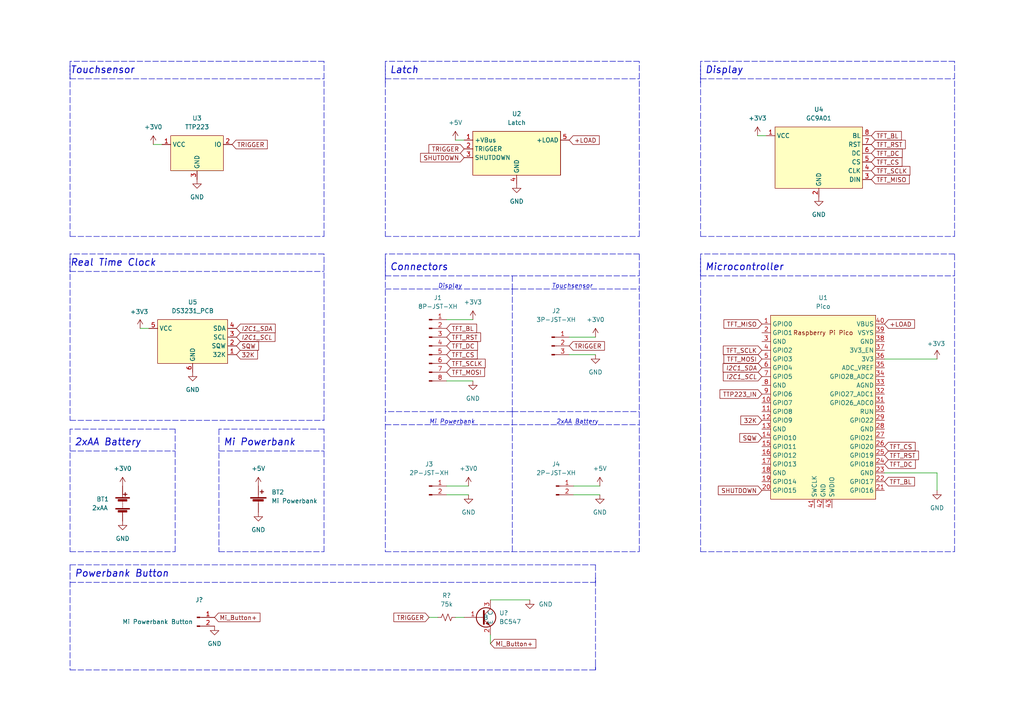
<source format=kicad_sch>
(kicad_sch (version 20211123) (generator eeschema)

  (uuid bf457cba-b7fa-4f96-855f-25d4ca0b8f59)

  (paper "A4")

  (title_block
    (title "Formula E Memento")
    (date "2022-11-01")
    (rev "0.1")
    (company "T-Works")
  )

  (lib_symbols
    (symbol "Connector:Conn_01x02_Male" (pin_names (offset 1.016) hide) (in_bom yes) (on_board yes)
      (property "Reference" "J" (id 0) (at 0 2.54 0)
        (effects (font (size 1.27 1.27)))
      )
      (property "Value" "Conn_01x02_Male" (id 1) (at 0 -5.08 0)
        (effects (font (size 1.27 1.27)))
      )
      (property "Footprint" "" (id 2) (at 0 0 0)
        (effects (font (size 1.27 1.27)) hide)
      )
      (property "Datasheet" "~" (id 3) (at 0 0 0)
        (effects (font (size 1.27 1.27)) hide)
      )
      (property "ki_keywords" "connector" (id 4) (at 0 0 0)
        (effects (font (size 1.27 1.27)) hide)
      )
      (property "ki_description" "Generic connector, single row, 01x02, script generated (kicad-library-utils/schlib/autogen/connector/)" (id 5) (at 0 0 0)
        (effects (font (size 1.27 1.27)) hide)
      )
      (property "ki_fp_filters" "Connector*:*_1x??_*" (id 6) (at 0 0 0)
        (effects (font (size 1.27 1.27)) hide)
      )
      (symbol "Conn_01x02_Male_1_1"
        (polyline
          (pts
            (xy 1.27 -2.54)
            (xy 0.8636 -2.54)
          )
          (stroke (width 0.1524) (type default) (color 0 0 0 0))
          (fill (type none))
        )
        (polyline
          (pts
            (xy 1.27 0)
            (xy 0.8636 0)
          )
          (stroke (width 0.1524) (type default) (color 0 0 0 0))
          (fill (type none))
        )
        (rectangle (start 0.8636 -2.413) (end 0 -2.667)
          (stroke (width 0.1524) (type default) (color 0 0 0 0))
          (fill (type outline))
        )
        (rectangle (start 0.8636 0.127) (end 0 -0.127)
          (stroke (width 0.1524) (type default) (color 0 0 0 0))
          (fill (type outline))
        )
        (pin passive line (at 5.08 0 180) (length 3.81)
          (name "Pin_1" (effects (font (size 1.27 1.27))))
          (number "1" (effects (font (size 1.27 1.27))))
        )
        (pin passive line (at 5.08 -2.54 180) (length 3.81)
          (name "Pin_2" (effects (font (size 1.27 1.27))))
          (number "2" (effects (font (size 1.27 1.27))))
        )
      )
    )
    (symbol "Connector:Conn_01x03_Male" (pin_names (offset 1.016) hide) (in_bom yes) (on_board yes)
      (property "Reference" "J" (id 0) (at 0 5.08 0)
        (effects (font (size 1.27 1.27)))
      )
      (property "Value" "Conn_01x03_Male" (id 1) (at 0 -5.08 0)
        (effects (font (size 1.27 1.27)))
      )
      (property "Footprint" "" (id 2) (at 0 0 0)
        (effects (font (size 1.27 1.27)) hide)
      )
      (property "Datasheet" "~" (id 3) (at 0 0 0)
        (effects (font (size 1.27 1.27)) hide)
      )
      (property "ki_keywords" "connector" (id 4) (at 0 0 0)
        (effects (font (size 1.27 1.27)) hide)
      )
      (property "ki_description" "Generic connector, single row, 01x03, script generated (kicad-library-utils/schlib/autogen/connector/)" (id 5) (at 0 0 0)
        (effects (font (size 1.27 1.27)) hide)
      )
      (property "ki_fp_filters" "Connector*:*_1x??_*" (id 6) (at 0 0 0)
        (effects (font (size 1.27 1.27)) hide)
      )
      (symbol "Conn_01x03_Male_1_1"
        (polyline
          (pts
            (xy 1.27 -2.54)
            (xy 0.8636 -2.54)
          )
          (stroke (width 0.1524) (type default) (color 0 0 0 0))
          (fill (type none))
        )
        (polyline
          (pts
            (xy 1.27 0)
            (xy 0.8636 0)
          )
          (stroke (width 0.1524) (type default) (color 0 0 0 0))
          (fill (type none))
        )
        (polyline
          (pts
            (xy 1.27 2.54)
            (xy 0.8636 2.54)
          )
          (stroke (width 0.1524) (type default) (color 0 0 0 0))
          (fill (type none))
        )
        (rectangle (start 0.8636 -2.413) (end 0 -2.667)
          (stroke (width 0.1524) (type default) (color 0 0 0 0))
          (fill (type outline))
        )
        (rectangle (start 0.8636 0.127) (end 0 -0.127)
          (stroke (width 0.1524) (type default) (color 0 0 0 0))
          (fill (type outline))
        )
        (rectangle (start 0.8636 2.667) (end 0 2.413)
          (stroke (width 0.1524) (type default) (color 0 0 0 0))
          (fill (type outline))
        )
        (pin passive line (at 5.08 2.54 180) (length 3.81)
          (name "Pin_1" (effects (font (size 1.27 1.27))))
          (number "1" (effects (font (size 1.27 1.27))))
        )
        (pin passive line (at 5.08 0 180) (length 3.81)
          (name "Pin_2" (effects (font (size 1.27 1.27))))
          (number "2" (effects (font (size 1.27 1.27))))
        )
        (pin passive line (at 5.08 -2.54 180) (length 3.81)
          (name "Pin_3" (effects (font (size 1.27 1.27))))
          (number "3" (effects (font (size 1.27 1.27))))
        )
      )
    )
    (symbol "Connector:Conn_01x08_Male" (pin_names (offset 1.016) hide) (in_bom yes) (on_board yes)
      (property "Reference" "J" (id 0) (at 0 10.16 0)
        (effects (font (size 1.27 1.27)))
      )
      (property "Value" "Conn_01x08_Male" (id 1) (at 0 -12.7 0)
        (effects (font (size 1.27 1.27)))
      )
      (property "Footprint" "" (id 2) (at 0 0 0)
        (effects (font (size 1.27 1.27)) hide)
      )
      (property "Datasheet" "~" (id 3) (at 0 0 0)
        (effects (font (size 1.27 1.27)) hide)
      )
      (property "ki_keywords" "connector" (id 4) (at 0 0 0)
        (effects (font (size 1.27 1.27)) hide)
      )
      (property "ki_description" "Generic connector, single row, 01x08, script generated (kicad-library-utils/schlib/autogen/connector/)" (id 5) (at 0 0 0)
        (effects (font (size 1.27 1.27)) hide)
      )
      (property "ki_fp_filters" "Connector*:*_1x??_*" (id 6) (at 0 0 0)
        (effects (font (size 1.27 1.27)) hide)
      )
      (symbol "Conn_01x08_Male_1_1"
        (polyline
          (pts
            (xy 1.27 -10.16)
            (xy 0.8636 -10.16)
          )
          (stroke (width 0.1524) (type default) (color 0 0 0 0))
          (fill (type none))
        )
        (polyline
          (pts
            (xy 1.27 -7.62)
            (xy 0.8636 -7.62)
          )
          (stroke (width 0.1524) (type default) (color 0 0 0 0))
          (fill (type none))
        )
        (polyline
          (pts
            (xy 1.27 -5.08)
            (xy 0.8636 -5.08)
          )
          (stroke (width 0.1524) (type default) (color 0 0 0 0))
          (fill (type none))
        )
        (polyline
          (pts
            (xy 1.27 -2.54)
            (xy 0.8636 -2.54)
          )
          (stroke (width 0.1524) (type default) (color 0 0 0 0))
          (fill (type none))
        )
        (polyline
          (pts
            (xy 1.27 0)
            (xy 0.8636 0)
          )
          (stroke (width 0.1524) (type default) (color 0 0 0 0))
          (fill (type none))
        )
        (polyline
          (pts
            (xy 1.27 2.54)
            (xy 0.8636 2.54)
          )
          (stroke (width 0.1524) (type default) (color 0 0 0 0))
          (fill (type none))
        )
        (polyline
          (pts
            (xy 1.27 5.08)
            (xy 0.8636 5.08)
          )
          (stroke (width 0.1524) (type default) (color 0 0 0 0))
          (fill (type none))
        )
        (polyline
          (pts
            (xy 1.27 7.62)
            (xy 0.8636 7.62)
          )
          (stroke (width 0.1524) (type default) (color 0 0 0 0))
          (fill (type none))
        )
        (rectangle (start 0.8636 -10.033) (end 0 -10.287)
          (stroke (width 0.1524) (type default) (color 0 0 0 0))
          (fill (type outline))
        )
        (rectangle (start 0.8636 -7.493) (end 0 -7.747)
          (stroke (width 0.1524) (type default) (color 0 0 0 0))
          (fill (type outline))
        )
        (rectangle (start 0.8636 -4.953) (end 0 -5.207)
          (stroke (width 0.1524) (type default) (color 0 0 0 0))
          (fill (type outline))
        )
        (rectangle (start 0.8636 -2.413) (end 0 -2.667)
          (stroke (width 0.1524) (type default) (color 0 0 0 0))
          (fill (type outline))
        )
        (rectangle (start 0.8636 0.127) (end 0 -0.127)
          (stroke (width 0.1524) (type default) (color 0 0 0 0))
          (fill (type outline))
        )
        (rectangle (start 0.8636 2.667) (end 0 2.413)
          (stroke (width 0.1524) (type default) (color 0 0 0 0))
          (fill (type outline))
        )
        (rectangle (start 0.8636 5.207) (end 0 4.953)
          (stroke (width 0.1524) (type default) (color 0 0 0 0))
          (fill (type outline))
        )
        (rectangle (start 0.8636 7.747) (end 0 7.493)
          (stroke (width 0.1524) (type default) (color 0 0 0 0))
          (fill (type outline))
        )
        (pin passive line (at 5.08 7.62 180) (length 3.81)
          (name "Pin_1" (effects (font (size 1.27 1.27))))
          (number "1" (effects (font (size 1.27 1.27))))
        )
        (pin passive line (at 5.08 5.08 180) (length 3.81)
          (name "Pin_2" (effects (font (size 1.27 1.27))))
          (number "2" (effects (font (size 1.27 1.27))))
        )
        (pin passive line (at 5.08 2.54 180) (length 3.81)
          (name "Pin_3" (effects (font (size 1.27 1.27))))
          (number "3" (effects (font (size 1.27 1.27))))
        )
        (pin passive line (at 5.08 0 180) (length 3.81)
          (name "Pin_4" (effects (font (size 1.27 1.27))))
          (number "4" (effects (font (size 1.27 1.27))))
        )
        (pin passive line (at 5.08 -2.54 180) (length 3.81)
          (name "Pin_5" (effects (font (size 1.27 1.27))))
          (number "5" (effects (font (size 1.27 1.27))))
        )
        (pin passive line (at 5.08 -5.08 180) (length 3.81)
          (name "Pin_6" (effects (font (size 1.27 1.27))))
          (number "6" (effects (font (size 1.27 1.27))))
        )
        (pin passive line (at 5.08 -7.62 180) (length 3.81)
          (name "Pin_7" (effects (font (size 1.27 1.27))))
          (number "7" (effects (font (size 1.27 1.27))))
        )
        (pin passive line (at 5.08 -10.16 180) (length 3.81)
          (name "Pin_8" (effects (font (size 1.27 1.27))))
          (number "8" (effects (font (size 1.27 1.27))))
        )
      )
    )
    (symbol "Device:Battery" (pin_numbers hide) (pin_names (offset 0) hide) (in_bom yes) (on_board yes)
      (property "Reference" "BT" (id 0) (at 2.54 2.54 0)
        (effects (font (size 1.27 1.27)) (justify left))
      )
      (property "Value" "Battery" (id 1) (at 2.54 0 0)
        (effects (font (size 1.27 1.27)) (justify left))
      )
      (property "Footprint" "" (id 2) (at 0 1.524 90)
        (effects (font (size 1.27 1.27)) hide)
      )
      (property "Datasheet" "~" (id 3) (at 0 1.524 90)
        (effects (font (size 1.27 1.27)) hide)
      )
      (property "ki_keywords" "batt voltage-source cell" (id 4) (at 0 0 0)
        (effects (font (size 1.27 1.27)) hide)
      )
      (property "ki_description" "Multiple-cell battery" (id 5) (at 0 0 0)
        (effects (font (size 1.27 1.27)) hide)
      )
      (symbol "Battery_0_1"
        (rectangle (start -2.032 -1.397) (end 2.032 -1.651)
          (stroke (width 0) (type default) (color 0 0 0 0))
          (fill (type outline))
        )
        (rectangle (start -2.032 1.778) (end 2.032 1.524)
          (stroke (width 0) (type default) (color 0 0 0 0))
          (fill (type outline))
        )
        (rectangle (start -1.3208 -1.9812) (end 1.27 -2.4892)
          (stroke (width 0) (type default) (color 0 0 0 0))
          (fill (type outline))
        )
        (rectangle (start -1.3208 1.1938) (end 1.27 0.6858)
          (stroke (width 0) (type default) (color 0 0 0 0))
          (fill (type outline))
        )
        (polyline
          (pts
            (xy 0 -1.524)
            (xy 0 -1.27)
          )
          (stroke (width 0) (type default) (color 0 0 0 0))
          (fill (type none))
        )
        (polyline
          (pts
            (xy 0 -1.016)
            (xy 0 -0.762)
          )
          (stroke (width 0) (type default) (color 0 0 0 0))
          (fill (type none))
        )
        (polyline
          (pts
            (xy 0 -0.508)
            (xy 0 -0.254)
          )
          (stroke (width 0) (type default) (color 0 0 0 0))
          (fill (type none))
        )
        (polyline
          (pts
            (xy 0 0)
            (xy 0 0.254)
          )
          (stroke (width 0) (type default) (color 0 0 0 0))
          (fill (type none))
        )
        (polyline
          (pts
            (xy 0 0.508)
            (xy 0 0.762)
          )
          (stroke (width 0) (type default) (color 0 0 0 0))
          (fill (type none))
        )
        (polyline
          (pts
            (xy 0 1.778)
            (xy 0 2.54)
          )
          (stroke (width 0) (type default) (color 0 0 0 0))
          (fill (type none))
        )
        (polyline
          (pts
            (xy 0.254 2.667)
            (xy 1.27 2.667)
          )
          (stroke (width 0.254) (type default) (color 0 0 0 0))
          (fill (type none))
        )
        (polyline
          (pts
            (xy 0.762 3.175)
            (xy 0.762 2.159)
          )
          (stroke (width 0.254) (type default) (color 0 0 0 0))
          (fill (type none))
        )
      )
      (symbol "Battery_1_1"
        (pin passive line (at 0 5.08 270) (length 2.54)
          (name "+" (effects (font (size 1.27 1.27))))
          (number "1" (effects (font (size 1.27 1.27))))
        )
        (pin passive line (at 0 -5.08 90) (length 2.54)
          (name "-" (effects (font (size 1.27 1.27))))
          (number "2" (effects (font (size 1.27 1.27))))
        )
      )
    )
    (symbol "Device:Battery_Cell" (pin_numbers hide) (pin_names (offset 0) hide) (in_bom yes) (on_board yes)
      (property "Reference" "BT" (id 0) (at 2.54 2.54 0)
        (effects (font (size 1.27 1.27)) (justify left))
      )
      (property "Value" "Battery_Cell" (id 1) (at 2.54 0 0)
        (effects (font (size 1.27 1.27)) (justify left))
      )
      (property "Footprint" "" (id 2) (at 0 1.524 90)
        (effects (font (size 1.27 1.27)) hide)
      )
      (property "Datasheet" "~" (id 3) (at 0 1.524 90)
        (effects (font (size 1.27 1.27)) hide)
      )
      (property "ki_keywords" "battery cell" (id 4) (at 0 0 0)
        (effects (font (size 1.27 1.27)) hide)
      )
      (property "ki_description" "Single-cell battery" (id 5) (at 0 0 0)
        (effects (font (size 1.27 1.27)) hide)
      )
      (symbol "Battery_Cell_0_1"
        (rectangle (start -2.286 1.778) (end 2.286 1.524)
          (stroke (width 0) (type default) (color 0 0 0 0))
          (fill (type outline))
        )
        (rectangle (start -1.5748 1.1938) (end 1.4732 0.6858)
          (stroke (width 0) (type default) (color 0 0 0 0))
          (fill (type outline))
        )
        (polyline
          (pts
            (xy 0 0.762)
            (xy 0 0)
          )
          (stroke (width 0) (type default) (color 0 0 0 0))
          (fill (type none))
        )
        (polyline
          (pts
            (xy 0 1.778)
            (xy 0 2.54)
          )
          (stroke (width 0) (type default) (color 0 0 0 0))
          (fill (type none))
        )
        (polyline
          (pts
            (xy 0.508 3.429)
            (xy 1.524 3.429)
          )
          (stroke (width 0.254) (type default) (color 0 0 0 0))
          (fill (type none))
        )
        (polyline
          (pts
            (xy 1.016 3.937)
            (xy 1.016 2.921)
          )
          (stroke (width 0.254) (type default) (color 0 0 0 0))
          (fill (type none))
        )
      )
      (symbol "Battery_Cell_1_1"
        (pin passive line (at 0 5.08 270) (length 2.54)
          (name "+" (effects (font (size 1.27 1.27))))
          (number "1" (effects (font (size 1.27 1.27))))
        )
        (pin passive line (at 0 -2.54 90) (length 2.54)
          (name "-" (effects (font (size 1.27 1.27))))
          (number "2" (effects (font (size 1.27 1.27))))
        )
      )
    )
    (symbol "Device:R_Small_US" (pin_numbers hide) (pin_names (offset 0.254) hide) (in_bom yes) (on_board yes)
      (property "Reference" "R" (id 0) (at 0.762 0.508 0)
        (effects (font (size 1.27 1.27)) (justify left))
      )
      (property "Value" "R_Small_US" (id 1) (at 0.762 -1.016 0)
        (effects (font (size 1.27 1.27)) (justify left))
      )
      (property "Footprint" "" (id 2) (at 0 0 0)
        (effects (font (size 1.27 1.27)) hide)
      )
      (property "Datasheet" "~" (id 3) (at 0 0 0)
        (effects (font (size 1.27 1.27)) hide)
      )
      (property "ki_keywords" "r resistor" (id 4) (at 0 0 0)
        (effects (font (size 1.27 1.27)) hide)
      )
      (property "ki_description" "Resistor, small US symbol" (id 5) (at 0 0 0)
        (effects (font (size 1.27 1.27)) hide)
      )
      (property "ki_fp_filters" "R_*" (id 6) (at 0 0 0)
        (effects (font (size 1.27 1.27)) hide)
      )
      (symbol "R_Small_US_1_1"
        (polyline
          (pts
            (xy 0 0)
            (xy 1.016 -0.381)
            (xy 0 -0.762)
            (xy -1.016 -1.143)
            (xy 0 -1.524)
          )
          (stroke (width 0) (type default) (color 0 0 0 0))
          (fill (type none))
        )
        (polyline
          (pts
            (xy 0 1.524)
            (xy 1.016 1.143)
            (xy 0 0.762)
            (xy -1.016 0.381)
            (xy 0 0)
          )
          (stroke (width 0) (type default) (color 0 0 0 0))
          (fill (type none))
        )
        (pin passive line (at 0 2.54 270) (length 1.016)
          (name "~" (effects (font (size 1.27 1.27))))
          (number "1" (effects (font (size 1.27 1.27))))
        )
        (pin passive line (at 0 -2.54 90) (length 1.016)
          (name "~" (effects (font (size 1.27 1.27))))
          (number "2" (effects (font (size 1.27 1.27))))
        )
      )
    )
    (symbol "FE-PCB-Main:DS3231_PCB" (in_bom yes) (on_board yes)
      (property "Reference" "U" (id 0) (at 0 10.16 0)
        (effects (font (size 1.27 1.27)))
      )
      (property "Value" "DS3231_PCB" (id 1) (at 0 7.62 0)
        (effects (font (size 1.27 1.27)))
      )
      (property "Footprint" "" (id 2) (at 0 10.16 0)
        (effects (font (size 1.27 1.27)) hide)
      )
      (property "Datasheet" "" (id 3) (at 0 10.16 0)
        (effects (font (size 1.27 1.27)) hide)
      )
      (symbol "DS3231_PCB_0_0"
        (pin unspecified line (at 12.7 -5.08 180) (length 2.54)
          (name "32K" (effects (font (size 1.27 1.27))))
          (number "1" (effects (font (size 1.27 1.27))))
        )
        (pin unspecified line (at 12.7 -2.54 180) (length 2.54)
          (name "SQW" (effects (font (size 1.27 1.27))))
          (number "2" (effects (font (size 1.27 1.27))))
        )
        (pin unspecified line (at 12.7 0 180) (length 2.54)
          (name "SCL" (effects (font (size 1.27 1.27))))
          (number "3" (effects (font (size 1.27 1.27))))
        )
        (pin unspecified line (at 12.7 2.54 180) (length 2.54)
          (name "SDA" (effects (font (size 1.27 1.27))))
          (number "4" (effects (font (size 1.27 1.27))))
        )
        (pin unspecified line (at -12.7 2.54 0) (length 2.54)
          (name "VCC" (effects (font (size 1.27 1.27))))
          (number "5" (effects (font (size 1.27 1.27))))
        )
        (pin unspecified line (at 0 -10.16 90) (length 2.54)
          (name "GND" (effects (font (size 1.27 1.27))))
          (number "6" (effects (font (size 1.27 1.27))))
        )
      )
      (symbol "DS3231_PCB_0_1"
        (rectangle (start -10.16 5.08) (end 10.16 -7.62)
          (stroke (width 0) (type default) (color 0 0 0 0))
          (fill (type background))
        )
      )
    )
    (symbol "FE-PCB-Main:GC9A01" (in_bom yes) (on_board yes)
      (property "Reference" "U" (id 0) (at 0 15.24 0)
        (effects (font (size 1.27 1.27)))
      )
      (property "Value" "GC9A01" (id 1) (at 0 12.7 0)
        (effects (font (size 1.27 1.27)))
      )
      (property "Footprint" "" (id 2) (at 0 15.24 0)
        (effects (font (size 1.27 1.27)) hide)
      )
      (property "Datasheet" "" (id 3) (at 0 15.24 0)
        (effects (font (size 1.27 1.27)) hide)
      )
      (symbol "GC9A01_0_0"
        (pin power_in line (at 0 -10.16 90) (length 2.54)
          (name "GND" (effects (font (size 1.27 1.27))))
          (number "2" (effects (font (size 1.27 1.27))))
        )
        (pin power_in line (at 15.24 -5.08 180) (length 2.54)
          (name "DIN" (effects (font (size 1.27 1.27))))
          (number "3" (effects (font (size 1.27 1.27))))
        )
        (pin power_in line (at 15.24 -2.54 180) (length 2.54)
          (name "CLK" (effects (font (size 1.27 1.27))))
          (number "4" (effects (font (size 1.27 1.27))))
        )
        (pin power_in line (at 15.24 0 180) (length 2.54)
          (name "CS" (effects (font (size 1.27 1.27))))
          (number "5" (effects (font (size 1.27 1.27))))
        )
        (pin power_in line (at 15.24 2.54 180) (length 2.54)
          (name "DC" (effects (font (size 1.27 1.27))))
          (number "6" (effects (font (size 1.27 1.27))))
        )
        (pin power_in line (at 15.24 5.08 180) (length 2.54)
          (name "RST" (effects (font (size 1.27 1.27))))
          (number "7" (effects (font (size 1.27 1.27))))
        )
        (pin power_in line (at 15.24 7.62 180) (length 2.54)
          (name "BL" (effects (font (size 1.27 1.27))))
          (number "8" (effects (font (size 1.27 1.27))))
        )
      )
      (symbol "GC9A01_0_1"
        (rectangle (start -12.7 10.16) (end 12.7 -7.62)
          (stroke (width 0) (type default) (color 0 0 0 0))
          (fill (type background))
        )
      )
      (symbol "GC9A01_1_1"
        (pin power_in line (at -15.24 7.62 0) (length 2.54)
          (name "VCC" (effects (font (size 1.27 1.27))))
          (number "1" (effects (font (size 1.27 1.27))))
        )
      )
    )
    (symbol "FE-PCB-Main:Latch" (in_bom yes) (on_board yes)
      (property "Reference" "U" (id 0) (at 0 10.16 0)
        (effects (font (size 1.27 1.27)))
      )
      (property "Value" "Latch" (id 1) (at 0 7.62 0)
        (effects (font (size 1.27 1.27)))
      )
      (property "Footprint" "" (id 2) (at 0 10.16 0)
        (effects (font (size 1.27 1.27)) hide)
      )
      (property "Datasheet" "" (id 3) (at 0 10.16 0)
        (effects (font (size 1.27 1.27)) hide)
      )
      (symbol "Latch_0_1"
        (rectangle (start -12.7 5.08) (end 12.7 -7.62)
          (stroke (width 0) (type default) (color 0 0 0 0))
          (fill (type background))
        )
      )
      (symbol "Latch_1_1"
        (pin power_in line (at -15.24 2.54 0) (length 2.54)
          (name "+VBus" (effects (font (size 1.27 1.27))))
          (number "1" (effects (font (size 1.27 1.27))))
        )
        (pin input line (at -15.24 0 0) (length 2.54)
          (name "TRIGGER" (effects (font (size 1.27 1.27))))
          (number "2" (effects (font (size 1.27 1.27))))
        )
        (pin input line (at -15.24 -2.54 0) (length 2.54)
          (name "SHUTDOWN" (effects (font (size 1.27 1.27))))
          (number "3" (effects (font (size 1.27 1.27))))
        )
        (pin power_out line (at 0 -10.16 90) (length 2.54)
          (name "GND" (effects (font (size 1.27 1.27))))
          (number "4" (effects (font (size 1.27 1.27))))
        )
        (pin power_out line (at 15.24 2.54 180) (length 2.54)
          (name "+LOAD" (effects (font (size 1.27 1.27))))
          (number "5" (effects (font (size 1.27 1.27))))
        )
      )
    )
    (symbol "FE-PCB-Main:TTP223" (in_bom yes) (on_board yes)
      (property "Reference" "U" (id 0) (at 0 7.62 0)
        (effects (font (size 1.27 1.27)))
      )
      (property "Value" "TTP223" (id 1) (at 0 7.62 0)
        (effects (font (size 1.27 1.27)))
      )
      (property "Footprint" "" (id 2) (at 0 7.62 0)
        (effects (font (size 1.27 1.27)) hide)
      )
      (property "Datasheet" "" (id 3) (at 0 7.62 0)
        (effects (font (size 1.27 1.27)) hide)
      )
      (symbol "TTP223_0_1"
        (rectangle (start -7.62 5.08) (end 7.62 -5.08)
          (stroke (width 0) (type default) (color 0 0 0 0))
          (fill (type background))
        )
      )
      (symbol "TTP223_1_1"
        (pin power_in line (at -10.16 2.54 0) (length 2.54)
          (name "VCC" (effects (font (size 1.27 1.27))))
          (number "1" (effects (font (size 1.27 1.27))))
        )
        (pin output line (at 10.16 2.54 180) (length 2.54)
          (name "IO" (effects (font (size 1.27 1.27))))
          (number "2" (effects (font (size 1.27 1.27))))
        )
        (pin output line (at 0 -7.62 90) (length 2.54)
          (name "GND" (effects (font (size 1.27 1.27))))
          (number "3" (effects (font (size 1.27 1.27))))
        )
      )
    )
    (symbol "FE-PCB:BC547" (in_bom yes) (on_board yes)
      (property "Reference" "U" (id 0) (at 0 22.86 0)
        (effects (font (size 1.27 1.27)))
      )
      (property "Value" "BC547" (id 1) (at 0 22.86 0)
        (effects (font (size 1.27 1.27)))
      )
      (property "Footprint" "" (id 2) (at 0 22.86 0)
        (effects (font (size 1.27 1.27)) hide)
      )
      (property "Datasheet" "" (id 3) (at 0 22.86 0)
        (effects (font (size 1.27 1.27)) hide)
      )
      (symbol "BC547_0_1"
        (circle (center -1.27 0) (radius 2.8194)
          (stroke (width 0.254) (type default) (color 0 0 0 0))
          (fill (type none))
        )
        (polyline
          (pts
            (xy -2.54 0)
            (xy -1.905 0)
          )
          (stroke (width 0) (type default) (color 0 0 0 0))
          (fill (type none))
        )
        (polyline
          (pts
            (xy -1.905 0.635)
            (xy 0 2.54)
          )
          (stroke (width 0) (type default) (color 0 0 0 0))
          (fill (type none))
        )
        (polyline
          (pts
            (xy -1.905 -0.635)
            (xy 0 -2.54)
            (xy 0 -2.54)
          )
          (stroke (width 0) (type default) (color 0 0 0 0))
          (fill (type none))
        )
        (polyline
          (pts
            (xy -1.905 1.905)
            (xy -1.905 -1.905)
            (xy -1.905 -1.905)
          )
          (stroke (width 0.508) (type default) (color 0 0 0 0))
          (fill (type none))
        )
        (polyline
          (pts
            (xy -1.27 -1.778)
            (xy -0.762 -1.27)
            (xy -0.254 -2.286)
            (xy -1.27 -1.778)
            (xy -1.27 -1.778)
          )
          (stroke (width 0) (type default) (color 0 0 0 0))
          (fill (type outline))
        )
      )
      (symbol "BC547_1_1"
        (pin input line (at -7.62 0 0) (length 5.08)
          (name "B" (effects (font (size 1.27 1.27))))
          (number "1" (effects (font (size 1.27 1.27))))
        )
        (pin passive line (at 0 -5.08 90) (length 2.54)
          (name "E" (effects (font (size 1.27 1.27))))
          (number "2" (effects (font (size 1.27 1.27))))
        )
        (pin passive line (at 0 5.08 270) (length 2.54)
          (name "C" (effects (font (size 1.27 1.27))))
          (number "3" (effects (font (size 1.27 1.27))))
        )
      )
    )
    (symbol "RP-Pico:Pico" (in_bom yes) (on_board yes)
      (property "Reference" "U" (id 0) (at -13.97 27.94 0)
        (effects (font (size 1.27 1.27)))
      )
      (property "Value" "Pico" (id 1) (at 0 19.05 0)
        (effects (font (size 1.27 1.27)))
      )
      (property "Footprint" "RPi_Pico:RPi_Pico_SMD_TH" (id 2) (at 0 0 90)
        (effects (font (size 1.27 1.27)) hide)
      )
      (property "Datasheet" "" (id 3) (at 0 0 0)
        (effects (font (size 1.27 1.27)) hide)
      )
      (symbol "Pico_0_0"
        (text "Raspberry Pi Pico" (at 0 21.59 0)
          (effects (font (size 1.27 1.27)))
        )
      )
      (symbol "Pico_0_1"
        (rectangle (start -15.24 26.67) (end 15.24 -26.67)
          (stroke (width 0) (type default) (color 0 0 0 0))
          (fill (type background))
        )
      )
      (symbol "Pico_1_1"
        (pin bidirectional line (at -17.78 24.13 0) (length 2.54)
          (name "GPIO0" (effects (font (size 1.27 1.27))))
          (number "1" (effects (font (size 1.27 1.27))))
        )
        (pin bidirectional line (at -17.78 1.27 0) (length 2.54)
          (name "GPIO7" (effects (font (size 1.27 1.27))))
          (number "10" (effects (font (size 1.27 1.27))))
        )
        (pin bidirectional line (at -17.78 -1.27 0) (length 2.54)
          (name "GPIO8" (effects (font (size 1.27 1.27))))
          (number "11" (effects (font (size 1.27 1.27))))
        )
        (pin bidirectional line (at -17.78 -3.81 0) (length 2.54)
          (name "GPIO9" (effects (font (size 1.27 1.27))))
          (number "12" (effects (font (size 1.27 1.27))))
        )
        (pin power_in line (at -17.78 -6.35 0) (length 2.54)
          (name "GND" (effects (font (size 1.27 1.27))))
          (number "13" (effects (font (size 1.27 1.27))))
        )
        (pin bidirectional line (at -17.78 -8.89 0) (length 2.54)
          (name "GPIO10" (effects (font (size 1.27 1.27))))
          (number "14" (effects (font (size 1.27 1.27))))
        )
        (pin bidirectional line (at -17.78 -11.43 0) (length 2.54)
          (name "GPIO11" (effects (font (size 1.27 1.27))))
          (number "15" (effects (font (size 1.27 1.27))))
        )
        (pin bidirectional line (at -17.78 -13.97 0) (length 2.54)
          (name "GPIO12" (effects (font (size 1.27 1.27))))
          (number "16" (effects (font (size 1.27 1.27))))
        )
        (pin bidirectional line (at -17.78 -16.51 0) (length 2.54)
          (name "GPIO13" (effects (font (size 1.27 1.27))))
          (number "17" (effects (font (size 1.27 1.27))))
        )
        (pin power_in line (at -17.78 -19.05 0) (length 2.54)
          (name "GND" (effects (font (size 1.27 1.27))))
          (number "18" (effects (font (size 1.27 1.27))))
        )
        (pin bidirectional line (at -17.78 -21.59 0) (length 2.54)
          (name "GPIO14" (effects (font (size 1.27 1.27))))
          (number "19" (effects (font (size 1.27 1.27))))
        )
        (pin bidirectional line (at -17.78 21.59 0) (length 2.54)
          (name "GPIO1" (effects (font (size 1.27 1.27))))
          (number "2" (effects (font (size 1.27 1.27))))
        )
        (pin bidirectional line (at -17.78 -24.13 0) (length 2.54)
          (name "GPIO15" (effects (font (size 1.27 1.27))))
          (number "20" (effects (font (size 1.27 1.27))))
        )
        (pin bidirectional line (at 17.78 -24.13 180) (length 2.54)
          (name "GPIO16" (effects (font (size 1.27 1.27))))
          (number "21" (effects (font (size 1.27 1.27))))
        )
        (pin bidirectional line (at 17.78 -21.59 180) (length 2.54)
          (name "GPIO17" (effects (font (size 1.27 1.27))))
          (number "22" (effects (font (size 1.27 1.27))))
        )
        (pin power_in line (at 17.78 -19.05 180) (length 2.54)
          (name "GND" (effects (font (size 1.27 1.27))))
          (number "23" (effects (font (size 1.27 1.27))))
        )
        (pin bidirectional line (at 17.78 -16.51 180) (length 2.54)
          (name "GPIO18" (effects (font (size 1.27 1.27))))
          (number "24" (effects (font (size 1.27 1.27))))
        )
        (pin bidirectional line (at 17.78 -13.97 180) (length 2.54)
          (name "GPIO19" (effects (font (size 1.27 1.27))))
          (number "25" (effects (font (size 1.27 1.27))))
        )
        (pin bidirectional line (at 17.78 -11.43 180) (length 2.54)
          (name "GPIO20" (effects (font (size 1.27 1.27))))
          (number "26" (effects (font (size 1.27 1.27))))
        )
        (pin bidirectional line (at 17.78 -8.89 180) (length 2.54)
          (name "GPIO21" (effects (font (size 1.27 1.27))))
          (number "27" (effects (font (size 1.27 1.27))))
        )
        (pin power_in line (at 17.78 -6.35 180) (length 2.54)
          (name "GND" (effects (font (size 1.27 1.27))))
          (number "28" (effects (font (size 1.27 1.27))))
        )
        (pin bidirectional line (at 17.78 -3.81 180) (length 2.54)
          (name "GPIO22" (effects (font (size 1.27 1.27))))
          (number "29" (effects (font (size 1.27 1.27))))
        )
        (pin power_in line (at -17.78 19.05 0) (length 2.54)
          (name "GND" (effects (font (size 1.27 1.27))))
          (number "3" (effects (font (size 1.27 1.27))))
        )
        (pin input line (at 17.78 -1.27 180) (length 2.54)
          (name "RUN" (effects (font (size 1.27 1.27))))
          (number "30" (effects (font (size 1.27 1.27))))
        )
        (pin bidirectional line (at 17.78 1.27 180) (length 2.54)
          (name "GPIO26_ADC0" (effects (font (size 1.27 1.27))))
          (number "31" (effects (font (size 1.27 1.27))))
        )
        (pin bidirectional line (at 17.78 3.81 180) (length 2.54)
          (name "GPIO27_ADC1" (effects (font (size 1.27 1.27))))
          (number "32" (effects (font (size 1.27 1.27))))
        )
        (pin power_in line (at 17.78 6.35 180) (length 2.54)
          (name "AGND" (effects (font (size 1.27 1.27))))
          (number "33" (effects (font (size 1.27 1.27))))
        )
        (pin bidirectional line (at 17.78 8.89 180) (length 2.54)
          (name "GPIO28_ADC2" (effects (font (size 1.27 1.27))))
          (number "34" (effects (font (size 1.27 1.27))))
        )
        (pin power_in line (at 17.78 11.43 180) (length 2.54)
          (name "ADC_VREF" (effects (font (size 1.27 1.27))))
          (number "35" (effects (font (size 1.27 1.27))))
        )
        (pin power_in line (at 17.78 13.97 180) (length 2.54)
          (name "3V3" (effects (font (size 1.27 1.27))))
          (number "36" (effects (font (size 1.27 1.27))))
        )
        (pin input line (at 17.78 16.51 180) (length 2.54)
          (name "3V3_EN" (effects (font (size 1.27 1.27))))
          (number "37" (effects (font (size 1.27 1.27))))
        )
        (pin bidirectional line (at 17.78 19.05 180) (length 2.54)
          (name "GND" (effects (font (size 1.27 1.27))))
          (number "38" (effects (font (size 1.27 1.27))))
        )
        (pin power_in line (at 17.78 21.59 180) (length 2.54)
          (name "VSYS" (effects (font (size 1.27 1.27))))
          (number "39" (effects (font (size 1.27 1.27))))
        )
        (pin bidirectional line (at -17.78 16.51 0) (length 2.54)
          (name "GPIO2" (effects (font (size 1.27 1.27))))
          (number "4" (effects (font (size 1.27 1.27))))
        )
        (pin power_in line (at 17.78 24.13 180) (length 2.54)
          (name "VBUS" (effects (font (size 1.27 1.27))))
          (number "40" (effects (font (size 1.27 1.27))))
        )
        (pin input line (at -2.54 -29.21 90) (length 2.54)
          (name "SWCLK" (effects (font (size 1.27 1.27))))
          (number "41" (effects (font (size 1.27 1.27))))
        )
        (pin power_in line (at 0 -29.21 90) (length 2.54)
          (name "GND" (effects (font (size 1.27 1.27))))
          (number "42" (effects (font (size 1.27 1.27))))
        )
        (pin bidirectional line (at 2.54 -29.21 90) (length 2.54)
          (name "SWDIO" (effects (font (size 1.27 1.27))))
          (number "43" (effects (font (size 1.27 1.27))))
        )
        (pin bidirectional line (at -17.78 13.97 0) (length 2.54)
          (name "GPIO3" (effects (font (size 1.27 1.27))))
          (number "5" (effects (font (size 1.27 1.27))))
        )
        (pin bidirectional line (at -17.78 11.43 0) (length 2.54)
          (name "GPIO4" (effects (font (size 1.27 1.27))))
          (number "6" (effects (font (size 1.27 1.27))))
        )
        (pin bidirectional line (at -17.78 8.89 0) (length 2.54)
          (name "GPIO5" (effects (font (size 1.27 1.27))))
          (number "7" (effects (font (size 1.27 1.27))))
        )
        (pin power_in line (at -17.78 6.35 0) (length 2.54)
          (name "GND" (effects (font (size 1.27 1.27))))
          (number "8" (effects (font (size 1.27 1.27))))
        )
        (pin bidirectional line (at -17.78 3.81 0) (length 2.54)
          (name "GPIO6" (effects (font (size 1.27 1.27))))
          (number "9" (effects (font (size 1.27 1.27))))
        )
      )
    )
    (symbol "power:+3.3V" (power) (pin_names (offset 0)) (in_bom yes) (on_board yes)
      (property "Reference" "#PWR" (id 0) (at 0 -3.81 0)
        (effects (font (size 1.27 1.27)) hide)
      )
      (property "Value" "+3.3V" (id 1) (at 0 3.556 0)
        (effects (font (size 1.27 1.27)))
      )
      (property "Footprint" "" (id 2) (at 0 0 0)
        (effects (font (size 1.27 1.27)) hide)
      )
      (property "Datasheet" "" (id 3) (at 0 0 0)
        (effects (font (size 1.27 1.27)) hide)
      )
      (property "ki_keywords" "power-flag" (id 4) (at 0 0 0)
        (effects (font (size 1.27 1.27)) hide)
      )
      (property "ki_description" "Power symbol creates a global label with name \"+3.3V\"" (id 5) (at 0 0 0)
        (effects (font (size 1.27 1.27)) hide)
      )
      (symbol "+3.3V_0_1"
        (polyline
          (pts
            (xy -0.762 1.27)
            (xy 0 2.54)
          )
          (stroke (width 0) (type default) (color 0 0 0 0))
          (fill (type none))
        )
        (polyline
          (pts
            (xy 0 0)
            (xy 0 2.54)
          )
          (stroke (width 0) (type default) (color 0 0 0 0))
          (fill (type none))
        )
        (polyline
          (pts
            (xy 0 2.54)
            (xy 0.762 1.27)
          )
          (stroke (width 0) (type default) (color 0 0 0 0))
          (fill (type none))
        )
      )
      (symbol "+3.3V_1_1"
        (pin power_in line (at 0 0 90) (length 0) hide
          (name "+3V3" (effects (font (size 1.27 1.27))))
          (number "1" (effects (font (size 1.27 1.27))))
        )
      )
    )
    (symbol "power:+3V0" (power) (pin_names (offset 0)) (in_bom yes) (on_board yes)
      (property "Reference" "#PWR" (id 0) (at 0 -3.81 0)
        (effects (font (size 1.27 1.27)) hide)
      )
      (property "Value" "+3V0" (id 1) (at 0 3.556 0)
        (effects (font (size 1.27 1.27)))
      )
      (property "Footprint" "" (id 2) (at 0 0 0)
        (effects (font (size 1.27 1.27)) hide)
      )
      (property "Datasheet" "" (id 3) (at 0 0 0)
        (effects (font (size 1.27 1.27)) hide)
      )
      (property "ki_keywords" "power-flag" (id 4) (at 0 0 0)
        (effects (font (size 1.27 1.27)) hide)
      )
      (property "ki_description" "Power symbol creates a global label with name \"+3V0\"" (id 5) (at 0 0 0)
        (effects (font (size 1.27 1.27)) hide)
      )
      (symbol "+3V0_0_1"
        (polyline
          (pts
            (xy -0.762 1.27)
            (xy 0 2.54)
          )
          (stroke (width 0) (type default) (color 0 0 0 0))
          (fill (type none))
        )
        (polyline
          (pts
            (xy 0 0)
            (xy 0 2.54)
          )
          (stroke (width 0) (type default) (color 0 0 0 0))
          (fill (type none))
        )
        (polyline
          (pts
            (xy 0 2.54)
            (xy 0.762 1.27)
          )
          (stroke (width 0) (type default) (color 0 0 0 0))
          (fill (type none))
        )
      )
      (symbol "+3V0_1_1"
        (pin power_in line (at 0 0 90) (length 0) hide
          (name "+3V0" (effects (font (size 1.27 1.27))))
          (number "1" (effects (font (size 1.27 1.27))))
        )
      )
    )
    (symbol "power:+5V" (power) (pin_names (offset 0)) (in_bom yes) (on_board yes)
      (property "Reference" "#PWR" (id 0) (at 0 -3.81 0)
        (effects (font (size 1.27 1.27)) hide)
      )
      (property "Value" "+5V" (id 1) (at 0 3.556 0)
        (effects (font (size 1.27 1.27)))
      )
      (property "Footprint" "" (id 2) (at 0 0 0)
        (effects (font (size 1.27 1.27)) hide)
      )
      (property "Datasheet" "" (id 3) (at 0 0 0)
        (effects (font (size 1.27 1.27)) hide)
      )
      (property "ki_keywords" "power-flag" (id 4) (at 0 0 0)
        (effects (font (size 1.27 1.27)) hide)
      )
      (property "ki_description" "Power symbol creates a global label with name \"+5V\"" (id 5) (at 0 0 0)
        (effects (font (size 1.27 1.27)) hide)
      )
      (symbol "+5V_0_1"
        (polyline
          (pts
            (xy -0.762 1.27)
            (xy 0 2.54)
          )
          (stroke (width 0) (type default) (color 0 0 0 0))
          (fill (type none))
        )
        (polyline
          (pts
            (xy 0 0)
            (xy 0 2.54)
          )
          (stroke (width 0) (type default) (color 0 0 0 0))
          (fill (type none))
        )
        (polyline
          (pts
            (xy 0 2.54)
            (xy 0.762 1.27)
          )
          (stroke (width 0) (type default) (color 0 0 0 0))
          (fill (type none))
        )
      )
      (symbol "+5V_1_1"
        (pin power_in line (at 0 0 90) (length 0) hide
          (name "+5V" (effects (font (size 1.27 1.27))))
          (number "1" (effects (font (size 1.27 1.27))))
        )
      )
    )
    (symbol "power:GND" (power) (pin_names (offset 0)) (in_bom yes) (on_board yes)
      (property "Reference" "#PWR" (id 0) (at 0 -6.35 0)
        (effects (font (size 1.27 1.27)) hide)
      )
      (property "Value" "GND" (id 1) (at 0 -3.81 0)
        (effects (font (size 1.27 1.27)))
      )
      (property "Footprint" "" (id 2) (at 0 0 0)
        (effects (font (size 1.27 1.27)) hide)
      )
      (property "Datasheet" "" (id 3) (at 0 0 0)
        (effects (font (size 1.27 1.27)) hide)
      )
      (property "ki_keywords" "power-flag" (id 4) (at 0 0 0)
        (effects (font (size 1.27 1.27)) hide)
      )
      (property "ki_description" "Power symbol creates a global label with name \"GND\" , ground" (id 5) (at 0 0 0)
        (effects (font (size 1.27 1.27)) hide)
      )
      (symbol "GND_0_1"
        (polyline
          (pts
            (xy 0 0)
            (xy 0 -1.27)
            (xy 1.27 -1.27)
            (xy 0 -2.54)
            (xy -1.27 -1.27)
            (xy 0 -1.27)
          )
          (stroke (width 0) (type default) (color 0 0 0 0))
          (fill (type none))
        )
      )
      (symbol "GND_1_1"
        (pin power_in line (at 0 0 270) (length 0) hide
          (name "GND" (effects (font (size 1.27 1.27))))
          (number "1" (effects (font (size 1.27 1.27))))
        )
      )
    )
  )


  (polyline (pts (xy 203.2 74.93) (xy 203.2 124.46))
    (stroke (width 0) (type default) (color 0 0 0 0))
    (uuid 02824f23-1692-41a3-9319-6e946f5bf586)
  )
  (polyline (pts (xy 111.76 160.02) (xy 185.42 160.02))
    (stroke (width 0) (type default) (color 0 0 0 0))
    (uuid 031c26e6-04c2-4cfc-b926-639f97ad9c49)
  )
  (polyline (pts (xy 50.8 160.02) (xy 50.8 124.46))
    (stroke (width 0) (type default) (color 0 0 0 0))
    (uuid 040279a7-2a11-40d5-b5b9-3b3a070a2f39)
  )
  (polyline (pts (xy 148.59 119.38) (xy 185.42 119.38))
    (stroke (width 0) (type default) (color 0 0 0 0))
    (uuid 0c1b898f-42d9-4f15-accb-ca166d9b5396)
  )
  (polyline (pts (xy 50.8 124.46) (xy 20.32 124.46))
    (stroke (width 0) (type default) (color 0 0 0 0))
    (uuid 0ec29707-be5c-49d9-b42c-437bfe1f55fc)
  )

  (wire (pts (xy 44.45 41.91) (xy 46.99 41.91))
    (stroke (width 0) (type default) (color 0 0 0 0))
    (uuid 14843f7d-7001-453a-9029-08758d623298)
  )
  (polyline (pts (xy 111.76 17.78) (xy 111.76 24.13))
    (stroke (width 0) (type default) (color 0 0 0 0))
    (uuid 16759793-b9c5-4b58-b963-62f54d349fff)
  )
  (polyline (pts (xy 148.59 119.38) (xy 111.76 119.38))
    (stroke (width 0) (type default) (color 0 0 0 0))
    (uuid 1704f360-1325-40a2-add6-dea85c1a74b7)
  )
  (polyline (pts (xy 132.08 194.31) (xy 172.72 194.31))
    (stroke (width 0) (type default) (color 0 0 0 0))
    (uuid 18c4c859-c061-42d5-934f-d0b36214231f)
  )
  (polyline (pts (xy 203.2 17.78) (xy 203.2 24.13))
    (stroke (width 0) (type default) (color 0 0 0 0))
    (uuid 19a9c4ce-c12a-43b4-9d0f-2360dc8117c0)
  )

  (wire (pts (xy 165.1 97.79) (xy 172.72 97.79))
    (stroke (width 0) (type default) (color 0 0 0 0))
    (uuid 1eafd11b-4086-4f2b-89d4-43cb249d32b0)
  )
  (wire (pts (xy 132.08 40.64) (xy 134.62 40.64))
    (stroke (width 0) (type default) (color 0 0 0 0))
    (uuid 1ec5970a-e2b0-4502-b4c7-0af864300584)
  )
  (wire (pts (xy 256.54 137.16) (xy 271.78 137.16))
    (stroke (width 0) (type default) (color 0 0 0 0))
    (uuid 20ea6675-6cca-43a0-a915-a400d8696c52)
  )
  (polyline (pts (xy 185.42 68.58) (xy 185.42 17.78))
    (stroke (width 0) (type default) (color 0 0 0 0))
    (uuid 21121a37-9412-44bd-a58f-52cce083e2ef)
  )
  (polyline (pts (xy 203.2 160.02) (xy 276.86 160.02))
    (stroke (width 0) (type default) (color 0 0 0 0))
    (uuid 226000d3-cffa-4aec-a7d6-2662a6abeec1)
  )
  (polyline (pts (xy 20.32 168.91) (xy 172.72 168.91))
    (stroke (width 0) (type default) (color 0 0 0 0))
    (uuid 22d08453-ab64-4f1e-8010-d7746d523ffd)
  )
  (polyline (pts (xy 172.72 163.83) (xy 172.72 194.31))
    (stroke (width 0) (type default) (color 0 0 0 0))
    (uuid 265aa09a-2ef8-4385-be12-6d0c728c9904)
  )
  (polyline (pts (xy 20.32 19.05) (xy 20.32 68.58))
    (stroke (width 0) (type default) (color 0 0 0 0))
    (uuid 28fd4457-5c57-4d92-8901-1acdb09eb808)
  )

  (wire (pts (xy 124.46 179.07) (xy 127 179.07))
    (stroke (width 0) (type default) (color 0 0 0 0))
    (uuid 2a82dc41-6a0e-4548-9839-5e64f7116493)
  )
  (polyline (pts (xy 203.2 124.46) (xy 203.2 160.02))
    (stroke (width 0) (type default) (color 0 0 0 0))
    (uuid 2b5ae9e8-9a29-4c0f-a528-9e5eb4e2ad08)
  )
  (polyline (pts (xy 172.72 194.31) (xy 172.72 193.04))
    (stroke (width 0) (type default) (color 0 0 0 0))
    (uuid 2dc3035a-aced-4123-8dce-53eba233311c)
  )
  (polyline (pts (xy 203.2 68.58) (xy 276.86 68.58))
    (stroke (width 0) (type default) (color 0 0 0 0))
    (uuid 336f0aa4-c654-41d1-b927-411cc8eee2a9)
  )
  (polyline (pts (xy 111.76 19.05) (xy 111.76 68.58))
    (stroke (width 0) (type default) (color 0 0 0 0))
    (uuid 3384e38d-4ca3-47e3-8220-6e96cae539a1)
  )

  (wire (pts (xy 132.08 179.07) (xy 134.62 179.07))
    (stroke (width 0) (type default) (color 0 0 0 0))
    (uuid 34217cf2-c4a6-4ced-9ae7-4c412604058c)
  )
  (polyline (pts (xy 111.76 68.58) (xy 185.42 68.58))
    (stroke (width 0) (type default) (color 0 0 0 0))
    (uuid 35062d3a-422f-42d1-a609-9707938e547e)
  )
  (polyline (pts (xy 148.59 83.82) (xy 185.42 83.82))
    (stroke (width 0) (type default) (color 0 0 0 0))
    (uuid 37d3716d-357a-414f-be66-06c3e559cb7c)
  )
  (polyline (pts (xy 203.2 22.86) (xy 276.86 22.86))
    (stroke (width 0) (type default) (color 0 0 0 0))
    (uuid 3908036c-c68b-4cc0-9805-d97f5fe8ca54)
  )
  (polyline (pts (xy 172.72 168.91) (xy 172.72 167.64))
    (stroke (width 0) (type default) (color 0 0 0 0))
    (uuid 3aadd3e4-adbf-4bf2-8b71-5ecf59f8105d)
  )
  (polyline (pts (xy 185.42 17.78) (xy 111.76 17.78))
    (stroke (width 0) (type default) (color 0 0 0 0))
    (uuid 3b73d0f1-8f8a-47bd-b4d7-5624df8d6895)
  )

  (wire (pts (xy 165.1 102.87) (xy 172.72 102.87))
    (stroke (width 0) (type default) (color 0 0 0 0))
    (uuid 3ce583e9-321f-44b4-af11-6b512ad1913d)
  )
  (polyline (pts (xy 20.32 17.78) (xy 20.32 22.86))
    (stroke (width 0) (type default) (color 0 0 0 0))
    (uuid 468aa48f-1bf1-4da1-8e06-2ad62e89e3e4)
  )
  (polyline (pts (xy 20.32 78.74) (xy 93.98 78.74))
    (stroke (width 0) (type default) (color 0 0 0 0))
    (uuid 47eaed2b-00f3-4607-a96a-a46d74b9d71b)
  )
  (polyline (pts (xy 20.32 73.66) (xy 20.32 78.74))
    (stroke (width 0) (type default) (color 0 0 0 0))
    (uuid 4da2a29e-4b51-4016-bde7-d608e760fc0f)
  )

  (wire (pts (xy 129.54 92.71) (xy 137.16 92.71))
    (stroke (width 0) (type default) (color 0 0 0 0))
    (uuid 4e51e307-7b52-4700-887b-d2e13f416a7f)
  )
  (wire (pts (xy 129.54 110.49) (xy 137.16 110.49))
    (stroke (width 0) (type default) (color 0 0 0 0))
    (uuid 54d6e18f-f7a5-48fb-91e8-e0397e54aa7b)
  )
  (polyline (pts (xy 20.32 163.83) (xy 20.32 166.37))
    (stroke (width 0) (type default) (color 0 0 0 0))
    (uuid 58edae07-67cc-401c-ad34-5c240bc47edc)
  )

  (wire (pts (xy 166.37 143.51) (xy 173.99 143.51))
    (stroke (width 0) (type default) (color 0 0 0 0))
    (uuid 5b8b8086-15d4-474e-8926-447c0b35b78a)
  )
  (wire (pts (xy 142.24 184.15) (xy 142.24 186.69))
    (stroke (width 0) (type default) (color 0 0 0 0))
    (uuid 5bb5a736-40aa-49e1-93cf-3c4bb9e764c7)
  )
  (wire (pts (xy 256.54 104.14) (xy 271.78 104.14))
    (stroke (width 0) (type default) (color 0 0 0 0))
    (uuid 5ce243b3-a114-4625-b016-3d7e4b001825)
  )
  (polyline (pts (xy 63.5 160.02) (xy 93.98 160.02))
    (stroke (width 0) (type default) (color 0 0 0 0))
    (uuid 69627e7b-6f2b-41d9-9c10-213abcb8f522)
  )
  (polyline (pts (xy 111.76 123.19) (xy 185.42 123.19))
    (stroke (width 0) (type default) (color 0 0 0 0))
    (uuid 6a6d7d89-5710-40c9-a7dd-e488b66389ac)
  )
  (polyline (pts (xy 148.59 83.82) (xy 148.59 119.38))
    (stroke (width 0) (type default) (color 0 0 0 0))
    (uuid 6af0804e-d7e6-46db-ba01-c87f069b3639)
  )
  (polyline (pts (xy 93.98 68.58) (xy 93.98 17.78))
    (stroke (width 0) (type default) (color 0 0 0 0))
    (uuid 6e96390e-1b4e-47af-8d41-9ddeb2a5a929)
  )
  (polyline (pts (xy 276.86 17.78) (xy 203.2 17.78))
    (stroke (width 0) (type default) (color 0 0 0 0))
    (uuid 71f5a68f-7f2c-4e84-8e1b-830e8f783d42)
  )
  (polyline (pts (xy 148.59 119.38) (xy 148.59 160.02))
    (stroke (width 0) (type default) (color 0 0 0 0))
    (uuid 72051e12-90e3-4425-9b0b-1ebb0a9c8e15)
  )
  (polyline (pts (xy 93.98 121.92) (xy 93.98 73.66))
    (stroke (width 0) (type default) (color 0 0 0 0))
    (uuid 7b11e54b-f502-4121-942d-fd7ff5ada4f5)
  )
  (polyline (pts (xy 20.32 121.92) (xy 93.98 121.92))
    (stroke (width 0) (type default) (color 0 0 0 0))
    (uuid 7e1c3db6-73d8-4720-b291-07c30d576ddd)
  )
  (polyline (pts (xy 20.32 74.93) (xy 20.32 121.92))
    (stroke (width 0) (type default) (color 0 0 0 0))
    (uuid 7ea97c59-39eb-49dd-b04a-850c4fc57e75)
  )
  (polyline (pts (xy 276.86 68.58) (xy 276.86 17.78))
    (stroke (width 0) (type default) (color 0 0 0 0))
    (uuid 886d69b8-8cc3-4293-9de4-036cceec74ef)
  )
  (polyline (pts (xy 276.86 160.02) (xy 276.86 73.66))
    (stroke (width 0) (type default) (color 0 0 0 0))
    (uuid 88f2a373-0764-4758-a386-9c203dd8c22e)
  )
  (polyline (pts (xy 93.98 124.46) (xy 63.5 124.46))
    (stroke (width 0) (type default) (color 0 0 0 0))
    (uuid 8a1aeded-3328-4836-bc33-7e0c8c7c3f7a)
  )

  (wire (pts (xy 219.71 39.37) (xy 222.25 39.37))
    (stroke (width 0) (type default) (color 0 0 0 0))
    (uuid 8ada6e0c-283b-472b-afbc-b62d6c557e49)
  )
  (polyline (pts (xy 20.32 68.58) (xy 93.98 68.58))
    (stroke (width 0) (type default) (color 0 0 0 0))
    (uuid 922fdda1-8a1f-48be-ba33-fcf43e08f133)
  )
  (polyline (pts (xy 203.2 80.01) (xy 276.86 80.01))
    (stroke (width 0) (type default) (color 0 0 0 0))
    (uuid 92af47eb-a565-46c2-8d78-c78d42ca0beb)
  )
  (polyline (pts (xy 63.5 124.46) (xy 63.5 160.02))
    (stroke (width 0) (type default) (color 0 0 0 0))
    (uuid 9481be4b-cc61-4716-9927-234a94713fbc)
  )
  (polyline (pts (xy 111.76 74.93) (xy 111.76 160.02))
    (stroke (width 0) (type default) (color 0 0 0 0))
    (uuid 9570e1f2-0fdb-4ee4-bb57-c5028248fd1b)
  )
  (polyline (pts (xy 93.98 73.66) (xy 20.32 73.66))
    (stroke (width 0) (type default) (color 0 0 0 0))
    (uuid 9637239f-8244-4c7c-bd9d-0d37a8b7fcce)
  )

  (wire (pts (xy 271.78 137.16) (xy 271.78 142.24))
    (stroke (width 0) (type default) (color 0 0 0 0))
    (uuid 990af043-e1c5-4cda-b22c-ed1127ea9389)
  )
  (polyline (pts (xy 185.42 73.66) (xy 111.76 73.66))
    (stroke (width 0) (type default) (color 0 0 0 0))
    (uuid ad0d1d12-1b0e-42e1-996b-3b8174d76174)
  )
  (polyline (pts (xy 20.32 166.37) (xy 20.32 194.31))
    (stroke (width 0) (type default) (color 0 0 0 0))
    (uuid aee35986-c84a-41cc-9962-3de2340ec6ba)
  )
  (polyline (pts (xy 20.32 160.02) (xy 50.8 160.02))
    (stroke (width 0) (type default) (color 0 0 0 0))
    (uuid b1e1b9e5-820e-4d8e-8e52-e7a0ddef1e6f)
  )
  (polyline (pts (xy 20.32 22.86) (xy 93.98 22.86))
    (stroke (width 0) (type default) (color 0 0 0 0))
    (uuid b81168b4-a976-4389-9bd5-6e77d228f0f9)
  )

  (wire (pts (xy 129.54 140.97) (xy 135.89 140.97))
    (stroke (width 0) (type default) (color 0 0 0 0))
    (uuid ba3942ea-7a3f-4067-a543-c8b65b969662)
  )
  (polyline (pts (xy 148.59 80.01) (xy 148.59 83.82))
    (stroke (width 0) (type default) (color 0 0 0 0))
    (uuid bfe1a73c-8283-4a82-88a6-5e600ce5217a)
  )
  (polyline (pts (xy 63.5 130.81) (xy 93.98 130.81))
    (stroke (width 0) (type default) (color 0 0 0 0))
    (uuid c11ae031-c7de-4eab-a847-27de2811453f)
  )
  (polyline (pts (xy 111.76 80.01) (xy 185.42 80.01))
    (stroke (width 0) (type default) (color 0 0 0 0))
    (uuid c452b58a-9a43-4fa3-bba3-010432afcf66)
  )

  (wire (pts (xy 40.64 95.25) (xy 43.18 95.25))
    (stroke (width 0) (type default) (color 0 0 0 0))
    (uuid c578d3b5-c9ad-4afd-913e-7e4756fdd004)
  )
  (polyline (pts (xy 203.2 19.05) (xy 203.2 68.58))
    (stroke (width 0) (type default) (color 0 0 0 0))
    (uuid cc0dd12a-5b99-4b0d-aaba-deb44a8f361b)
  )

  (wire (pts (xy 129.54 143.51) (xy 135.89 143.51))
    (stroke (width 0) (type default) (color 0 0 0 0))
    (uuid d00b86a2-e034-4b36-9822-f04034615c02)
  )
  (polyline (pts (xy 276.86 73.66) (xy 203.2 73.66))
    (stroke (width 0) (type default) (color 0 0 0 0))
    (uuid d0b281bc-8fd3-40a0-9d55-8fb36d7915a6)
  )
  (polyline (pts (xy 93.98 17.78) (xy 20.32 17.78))
    (stroke (width 0) (type default) (color 0 0 0 0))
    (uuid dbe73a89-bafe-4f5c-993b-eb1e1b592761)
  )
  (polyline (pts (xy 111.76 83.82) (xy 148.59 83.82))
    (stroke (width 0) (type default) (color 0 0 0 0))
    (uuid e0f04a50-2ecf-4c26-a373-47d5b32c45d3)
  )
  (polyline (pts (xy 93.98 160.02) (xy 93.98 124.46))
    (stroke (width 0) (type default) (color 0 0 0 0))
    (uuid e279005f-ef35-4c36-b448-8f36f441554f)
  )
  (polyline (pts (xy 20.32 163.83) (xy 172.72 163.83))
    (stroke (width 0) (type default) (color 0 0 0 0))
    (uuid e3ea83ef-7b1a-4995-909f-00035e10220c)
  )

  (wire (pts (xy 166.37 140.97) (xy 173.99 140.97))
    (stroke (width 0) (type default) (color 0 0 0 0))
    (uuid e81c31b8-7098-4e5f-bf15-3dcb552b22da)
  )
  (polyline (pts (xy 20.32 124.46) (xy 20.32 160.02))
    (stroke (width 0) (type default) (color 0 0 0 0))
    (uuid e9a33924-f77c-4d36-b1b2-3e6017b0bab8)
  )
  (polyline (pts (xy 203.2 73.66) (xy 203.2 80.01))
    (stroke (width 0) (type default) (color 0 0 0 0))
    (uuid ef36240b-45b1-4f2e-b9e6-85d63cff869d)
  )

  (wire (pts (xy 142.24 173.99) (xy 153.67 173.99))
    (stroke (width 0) (type default) (color 0 0 0 0))
    (uuid f1fa14c2-add7-4eed-96ff-58ec9cadbd17)
  )
  (polyline (pts (xy 111.76 22.86) (xy 185.42 22.86))
    (stroke (width 0) (type default) (color 0 0 0 0))
    (uuid f2dadaa2-c357-45ce-9ff0-79daa766d02f)
  )
  (polyline (pts (xy 20.32 194.31) (xy 132.08 194.31))
    (stroke (width 0) (type default) (color 0 0 0 0))
    (uuid f4a4019c-7270-4409-8ff6-c591e69c0a27)
  )
  (polyline (pts (xy 185.42 160.02) (xy 185.42 73.66))
    (stroke (width 0) (type default) (color 0 0 0 0))
    (uuid f628db5b-d1e1-403d-a8ac-e2918d44f5fa)
  )
  (polyline (pts (xy 20.32 130.81) (xy 50.8 130.81))
    (stroke (width 0) (type default) (color 0 0 0 0))
    (uuid f92fc0d2-dec2-4d1d-9f65-a41ca6e48539)
  )
  (polyline (pts (xy 111.76 73.66) (xy 111.76 80.01))
    (stroke (width 0) (type default) (color 0 0 0 0))
    (uuid fb7a1cb9-fdd1-4693-b0f1-650643a87da7)
  )

  (text "Microcontroller" (at 204.47 78.74 0)
    (effects (font (size 2 2) (thickness 0.254) bold italic) (justify left bottom))
    (uuid 08ddb43e-bfcf-449a-b6c0-f9f487c61ad1)
  )
  (text "2xAA Battery" (at 161.29 123.19 0)
    (effects (font (size 1.27 1.27) italic) (justify left bottom))
    (uuid 09118731-c422-44b3-8036-88d424313c32)
  )
  (text "Display" (at 204.47 21.59 0)
    (effects (font (size 2 2) (thickness 0.254) bold italic) (justify left bottom))
    (uuid 2a814782-a31f-4258-ab79-18d8cd94482d)
  )
  (text "Display" (at 127 83.82 0)
    (effects (font (size 1.27 1.27) italic) (justify left bottom))
    (uuid 4a896edd-d85a-4ee8-98de-c8c81f3a48a4)
  )
  (text "Connectors" (at 113.03 78.74 0)
    (effects (font (size 2 2) (thickness 0.254) bold italic) (justify left bottom))
    (uuid 4f2f935f-b48c-4ff7-9ab6-3a2e076df2f1)
  )
  (text "Powerbank Button" (at 21.59 167.64 0)
    (effects (font (size 2 2) (thickness 0.254) bold italic) (justify left bottom))
    (uuid 5508af1e-9c22-4950-9cd2-f94fe45564b1)
  )
  (text "Touchsensor" (at 160.02 83.82 0)
    (effects (font (size 1.27 1.27) italic) (justify left bottom))
    (uuid 59807b0c-bffb-4137-a106-62d8024132ad)
  )
  (text "Mi Powerbank" (at 64.77 129.54 0)
    (effects (font (size 2 2) (thickness 0.254) bold italic) (justify left bottom))
    (uuid 90f2f2ce-d50a-4865-994b-78260ed0e949)
  )
  (text "Touchsensor" (at 20.32 21.59 0)
    (effects (font (size 2 2) (thickness 0.254) bold italic) (justify left bottom))
    (uuid ad446415-d7c1-476b-a3d8-577aa74c51f1)
  )
  (text "Real Time Clock" (at 20.32 77.47 0)
    (effects (font (size 2 2) (thickness 0.254) bold italic) (justify left bottom))
    (uuid c7f0e75e-cf32-4bf8-8ee8-8ee73f7c7955)
  )
  (text "2xAA Battery" (at 21.59 129.54 0)
    (effects (font (size 2 2) (thickness 0.254) bold italic) (justify left bottom))
    (uuid cb66fb58-4900-4b79-abea-f4148ae7b0fb)
  )
  (text "Mi Powerbank" (at 124.46 123.19 0)
    (effects (font (size 1.27 1.27) italic) (justify left bottom))
    (uuid d70037b5-bfbb-4900-8aad-8aec6971a0a5)
  )
  (text "Latch" (at 113.03 21.59 0)
    (effects (font (size 2 2) (thickness 0.254) bold italic) (justify left bottom))
    (uuid d73e897d-2de4-44b1-aa18-5235a8b11e40)
  )

  (global_label "TFT_MOSI" (shape input) (at 129.54 107.95 0) (fields_autoplaced)
    (effects (font (size 1.27 1.27)) (justify left))
    (uuid 0a8e66ca-b42f-47a8-90a2-65ba28df9f27)
    (property "Intersheet References" "${INTERSHEET_REFS}" (id 0) (at 140.5407 108.0294 0)
      (effects (font (size 1.27 1.27)) (justify left) hide)
    )
  )
  (global_label "TFT_RST" (shape input) (at 129.54 97.79 0) (fields_autoplaced)
    (effects (font (size 1.27 1.27)) (justify left))
    (uuid 1391b5af-ffef-472c-a817-da6bd2b6c4ec)
    (property "Intersheet References" "${INTERSHEET_REFS}" (id 0) (at 139.3917 97.7106 0)
      (effects (font (size 1.27 1.27)) (justify left) hide)
    )
  )
  (global_label "TFT_RST" (shape input) (at 256.54 132.08 0) (fields_autoplaced)
    (effects (font (size 1.27 1.27)) (justify left))
    (uuid 17829dcb-9579-4cf2-9b09-cd7ffd42ac28)
    (property "Intersheet References" "${INTERSHEET_REFS}" (id 0) (at 266.3917 132.0006 0)
      (effects (font (size 1.27 1.27)) (justify left) hide)
    )
  )
  (global_label "TRIGGER" (shape input) (at 124.46 179.07 180) (fields_autoplaced)
    (effects (font (size 1.27 1.27)) (justify right))
    (uuid 18c4821b-ad49-4d43-8b99-d513fadf0db4)
    (property "Intersheet References" "${INTERSHEET_REFS}" (id 0) (at 114.2455 179.1494 0)
      (effects (font (size 1.27 1.27)) (justify right) hide)
    )
  )
  (global_label "TFT_DC" (shape input) (at 256.54 134.62 0) (fields_autoplaced)
    (effects (font (size 1.27 1.27)) (justify left))
    (uuid 1f2d3ac1-3771-4421-9fe6-b67b785203b1)
    (property "Intersheet References" "${INTERSHEET_REFS}" (id 0) (at 265.4845 134.5406 0)
      (effects (font (size 1.27 1.27)) (justify left) hide)
    )
  )
  (global_label "TFT_BL" (shape input) (at 256.54 139.7 0) (fields_autoplaced)
    (effects (font (size 1.27 1.27)) (justify left))
    (uuid 2cf9640b-c2ae-4767-9905-33a0deb2371f)
    (property "Intersheet References" "${INTERSHEET_REFS}" (id 0) (at 265.2426 139.6206 0)
      (effects (font (size 1.27 1.27)) (justify left) hide)
    )
  )
  (global_label "TFT_DC" (shape input) (at 252.73 44.45 0) (fields_autoplaced)
    (effects (font (size 1.27 1.27)) (justify left))
    (uuid 2cfb78a8-4064-4fdd-a410-ad881de3d03d)
    (property "Intersheet References" "${INTERSHEET_REFS}" (id 0) (at 261.6745 44.3706 0)
      (effects (font (size 1.27 1.27)) (justify left) hide)
    )
  )
  (global_label "I2C1_SDA" (shape input) (at 220.98 106.68 180) (fields_autoplaced)
    (effects (font (size 1.27 1.27) italic) (justify right))
    (uuid 33c57415-dfde-4807-876f-01be34747751)
    (property "Intersheet References" "${INTERSHEET_REFS}" (id 0) (at 209.4818 106.6006 0)
      (effects (font (size 1.27 1.27) italic) (justify right) hide)
    )
  )
  (global_label "TFT_BL" (shape input) (at 129.54 95.25 0) (fields_autoplaced)
    (effects (font (size 1.27 1.27)) (justify left))
    (uuid 4222e409-1c76-4d73-96e0-b11f07361dcf)
    (property "Intersheet References" "${INTERSHEET_REFS}" (id 0) (at 138.2426 95.1706 0)
      (effects (font (size 1.27 1.27)) (justify left) hide)
    )
  )
  (global_label "Mi_Button+" (shape input) (at 62.23 179.07 0) (fields_autoplaced)
    (effects (font (size 1.27 1.27)) (justify left))
    (uuid 4f3d22df-a8ce-409b-b0f0-bf31a2f5563d)
    (property "Intersheet References" "${INTERSHEET_REFS}" (id 0) (at 75.4079 178.9906 0)
      (effects (font (size 1.27 1.27)) (justify left) hide)
    )
  )
  (global_label "TFT_SCLK" (shape input) (at 252.73 49.53 0) (fields_autoplaced)
    (effects (font (size 1.27 1.27)) (justify left))
    (uuid 574bc547-bd67-4d07-94f4-9afd2e4432f1)
    (property "Intersheet References" "${INTERSHEET_REFS}" (id 0) (at 263.9121 49.6094 0)
      (effects (font (size 1.27 1.27)) (justify left) hide)
    )
  )
  (global_label "SHUTDOWN" (shape input) (at 220.98 142.24 180) (fields_autoplaced)
    (effects (font (size 1.27 1.27)) (justify right))
    (uuid 5a592b21-9de2-498b-94f3-3ae199080fc1)
    (property "Intersheet References" "${INTERSHEET_REFS}" (id 0) (at 208.3464 142.1606 0)
      (effects (font (size 1.27 1.27)) (justify right) hide)
    )
  )
  (global_label "TFT_RST" (shape input) (at 252.73 41.91 0) (fields_autoplaced)
    (effects (font (size 1.27 1.27)) (justify left))
    (uuid 5aebbec1-8af8-433a-8e45-d1c5194c7768)
    (property "Intersheet References" "${INTERSHEET_REFS}" (id 0) (at 262.5817 41.8306 0)
      (effects (font (size 1.27 1.27)) (justify left) hide)
    )
  )
  (global_label "SQW" (shape input) (at 68.58 100.33 0) (fields_autoplaced)
    (effects (font (size 1.27 1.27)) (justify left))
    (uuid 6955963b-8487-459d-9325-b624685016d5)
    (property "Intersheet References" "${INTERSHEET_REFS}" (id 0) (at 74.9845 100.2506 0)
      (effects (font (size 1.27 1.27)) (justify left) hide)
    )
  )
  (global_label "32K" (shape input) (at 68.58 102.87 0) (fields_autoplaced)
    (effects (font (size 1.27 1.27)) (justify left))
    (uuid 759de6a9-ebb3-45b8-bd2c-3865d20b3cd9)
    (property "Intersheet References" "${INTERSHEET_REFS}" (id 0) (at 74.6821 102.7906 0)
      (effects (font (size 1.27 1.27)) (justify left) hide)
    )
  )
  (global_label "Mi_Button+" (shape input) (at 142.24 186.69 0) (fields_autoplaced)
    (effects (font (size 1.27 1.27)) (justify left))
    (uuid 79238d96-bbcb-4be8-856d-c0b3307daa8f)
    (property "Intersheet References" "${INTERSHEET_REFS}" (id 0) (at 155.4179 186.6106 0)
      (effects (font (size 1.27 1.27)) (justify left) hide)
    )
  )
  (global_label "I2C1_SCL" (shape input) (at 220.98 109.22 180) (fields_autoplaced)
    (effects (font (size 1.27 1.27) italic) (justify right))
    (uuid 7ebae274-421e-4cbd-923b-800f920d5c1a)
    (property "Intersheet References" "${INTERSHEET_REFS}" (id 0) (at 209.5423 109.1406 0)
      (effects (font (size 1.27 1.27) italic) (justify right) hide)
    )
  )
  (global_label "+LOAD" (shape input) (at 165.1 40.64 0) (fields_autoplaced)
    (effects (font (size 1.27 1.27)) (justify left))
    (uuid 8303aca3-31ca-4f59-aaf7-d8f3d497a5b3)
    (property "Intersheet References" "${INTERSHEET_REFS}" (id 0) (at 173.8026 40.5606 0)
      (effects (font (size 1.27 1.27)) (justify left) hide)
    )
  )
  (global_label "TFT_SCLK" (shape input) (at 220.98 101.6 180) (fields_autoplaced)
    (effects (font (size 1.27 1.27)) (justify right))
    (uuid 897bb398-fb58-4087-baaf-8890d50c0df0)
    (property "Intersheet References" "${INTERSHEET_REFS}" (id 0) (at 209.7979 101.5206 0)
      (effects (font (size 1.27 1.27)) (justify right) hide)
    )
  )
  (global_label "I2C1_SCL" (shape input) (at 68.58 97.79 0) (fields_autoplaced)
    (effects (font (size 1.27 1.27) italic) (justify left))
    (uuid 8f4a36e7-b790-4d11-92bd-bdc4ab60c89b)
    (property "Intersheet References" "${INTERSHEET_REFS}" (id 0) (at 80.0177 97.8694 0)
      (effects (font (size 1.27 1.27) italic) (justify left) hide)
    )
  )
  (global_label "TFT_CS" (shape input) (at 256.54 129.54 0) (fields_autoplaced)
    (effects (font (size 1.27 1.27)) (justify left))
    (uuid 9237dca6-5ff0-4de8-b139-922a833e4d57)
    (property "Intersheet References" "${INTERSHEET_REFS}" (id 0) (at 265.4241 129.4606 0)
      (effects (font (size 1.27 1.27)) (justify left) hide)
    )
  )
  (global_label "TFT_CS" (shape input) (at 252.73 46.99 0) (fields_autoplaced)
    (effects (font (size 1.27 1.27)) (justify left))
    (uuid 9fa6cbab-3f68-4c78-966a-fdf59e3086de)
    (property "Intersheet References" "${INTERSHEET_REFS}" (id 0) (at 261.6141 46.9106 0)
      (effects (font (size 1.27 1.27)) (justify left) hide)
    )
  )
  (global_label "TFT_SCLK" (shape input) (at 129.54 105.41 0) (fields_autoplaced)
    (effects (font (size 1.27 1.27)) (justify left))
    (uuid a282275e-a01d-4e99-ae6d-729f03770a5f)
    (property "Intersheet References" "${INTERSHEET_REFS}" (id 0) (at 140.7221 105.4894 0)
      (effects (font (size 1.27 1.27)) (justify left) hide)
    )
  )
  (global_label "SHUTDOWN" (shape input) (at 134.62 45.72 180) (fields_autoplaced)
    (effects (font (size 1.27 1.27)) (justify right))
    (uuid a5f3f115-2280-4cb4-a8a3-7a8f234e0456)
    (property "Intersheet References" "${INTERSHEET_REFS}" (id 0) (at 121.9864 45.6406 0)
      (effects (font (size 1.27 1.27)) (justify right) hide)
    )
  )
  (global_label "TRIGGER" (shape input) (at 134.62 43.18 180) (fields_autoplaced)
    (effects (font (size 1.27 1.27)) (justify right))
    (uuid a8f5496c-75e5-478d-862b-515910d35fee)
    (property "Intersheet References" "${INTERSHEET_REFS}" (id 0) (at 124.4055 43.2594 0)
      (effects (font (size 1.27 1.27)) (justify right) hide)
    )
  )
  (global_label "I2C1_SDA" (shape input) (at 68.58 95.25 0) (fields_autoplaced)
    (effects (font (size 1.27 1.27) italic) (justify left))
    (uuid a9373587-9329-4bb0-98d9-8ef17e652803)
    (property "Intersheet References" "${INTERSHEET_REFS}" (id 0) (at 80.0782 95.3294 0)
      (effects (font (size 1.27 1.27) italic) (justify left) hide)
    )
  )
  (global_label "TFT_DC" (shape input) (at 129.54 100.33 0) (fields_autoplaced)
    (effects (font (size 1.27 1.27)) (justify left))
    (uuid aa6904cf-22de-4291-92be-17f8dd955329)
    (property "Intersheet References" "${INTERSHEET_REFS}" (id 0) (at 138.4845 100.2506 0)
      (effects (font (size 1.27 1.27)) (justify left) hide)
    )
  )
  (global_label "TFT_MISO" (shape input) (at 220.98 93.98 180) (fields_autoplaced)
    (effects (font (size 1.27 1.27)) (justify right))
    (uuid af2926ae-f4e8-4ff6-b657-1df789a2537a)
    (property "Intersheet References" "${INTERSHEET_REFS}" (id 0) (at 209.9793 93.9006 0)
      (effects (font (size 1.27 1.27)) (justify right) hide)
    )
  )
  (global_label "TFT_BL" (shape input) (at 252.73 39.37 0) (fields_autoplaced)
    (effects (font (size 1.27 1.27)) (justify left))
    (uuid b404d8c8-7615-4b62-8a3f-339a2bf24674)
    (property "Intersheet References" "${INTERSHEET_REFS}" (id 0) (at 261.4326 39.2906 0)
      (effects (font (size 1.27 1.27)) (justify left) hide)
    )
  )
  (global_label "32K" (shape input) (at 220.98 121.92 180) (fields_autoplaced)
    (effects (font (size 1.27 1.27)) (justify right))
    (uuid c4bc13af-0d4f-43ac-b1fb-b6381ae8d5d5)
    (property "Intersheet References" "${INTERSHEET_REFS}" (id 0) (at 214.8779 121.9994 0)
      (effects (font (size 1.27 1.27)) (justify right) hide)
    )
  )
  (global_label "TTP223_IN" (shape input) (at 220.98 114.3 180) (fields_autoplaced)
    (effects (font (size 1.27 1.27)) (justify right))
    (uuid cddad8b0-7d0a-491b-9ede-85773a9eb9b3)
    (property "Intersheet References" "${INTERSHEET_REFS}" (id 0) (at 208.8302 114.2206 0)
      (effects (font (size 1.27 1.27)) (justify right) hide)
    )
  )
  (global_label "TRIGGER" (shape input) (at 165.1 100.33 0) (fields_autoplaced)
    (effects (font (size 1.27 1.27)) (justify left))
    (uuid ce425914-b8da-462b-91d0-f16bc27be34d)
    (property "Intersheet References" "${INTERSHEET_REFS}" (id 0) (at 175.3145 100.2506 0)
      (effects (font (size 1.27 1.27)) (justify left) hide)
    )
  )
  (global_label "TRIGGER" (shape input) (at 67.31 41.91 0) (fields_autoplaced)
    (effects (font (size 1.27 1.27)) (justify left))
    (uuid e322efef-ebc7-4e67-bf40-5588aa2920a2)
    (property "Intersheet References" "${INTERSHEET_REFS}" (id 0) (at 77.5245 41.8306 0)
      (effects (font (size 1.27 1.27)) (justify left) hide)
    )
  )
  (global_label "TFT_MOSI" (shape input) (at 220.98 104.14 180) (fields_autoplaced)
    (effects (font (size 1.27 1.27)) (justify right))
    (uuid e59ee8d4-99a7-410d-a4da-17bd9e082370)
    (property "Intersheet References" "${INTERSHEET_REFS}" (id 0) (at 209.9793 104.0606 0)
      (effects (font (size 1.27 1.27)) (justify right) hide)
    )
  )
  (global_label "+LOAD" (shape input) (at 256.54 93.98 0) (fields_autoplaced)
    (effects (font (size 1.27 1.27)) (justify left))
    (uuid e6a1e9b3-08ad-4eba-934e-be1f1ac709d7)
    (property "Intersheet References" "${INTERSHEET_REFS}" (id 0) (at 265.2426 93.9006 0)
      (effects (font (size 1.27 1.27)) (justify left) hide)
    )
  )
  (global_label "SQW" (shape input) (at 220.98 127 180) (fields_autoplaced)
    (effects (font (size 1.27 1.27)) (justify right))
    (uuid e7c62455-092d-4b40-96ae-88b150e3c5b0)
    (property "Intersheet References" "${INTERSHEET_REFS}" (id 0) (at 214.5755 126.9206 0)
      (effects (font (size 1.27 1.27)) (justify right) hide)
    )
  )
  (global_label "TFT_CS" (shape input) (at 129.54 102.87 0) (fields_autoplaced)
    (effects (font (size 1.27 1.27)) (justify left))
    (uuid eae18773-c86b-4228-a720-945e41ddcff5)
    (property "Intersheet References" "${INTERSHEET_REFS}" (id 0) (at 138.4241 102.7906 0)
      (effects (font (size 1.27 1.27)) (justify left) hide)
    )
  )
  (global_label "TFT_MISO" (shape input) (at 252.73 52.07 0) (fields_autoplaced)
    (effects (font (size 1.27 1.27)) (justify left))
    (uuid f3f8ebce-58b7-4bfc-9865-3c642ed9e4ca)
    (property "Intersheet References" "${INTERSHEET_REFS}" (id 0) (at 263.7307 52.1494 0)
      (effects (font (size 1.27 1.27)) (justify left) hide)
    )
  )

  (symbol (lib_id "power:GND") (at 57.15 52.07 0) (unit 1)
    (in_bom yes) (on_board yes) (fields_autoplaced)
    (uuid 0ac830d2-5a2a-4dc9-8ea0-63874d5719f4)
    (property "Reference" "#PWR0112" (id 0) (at 57.15 58.42 0)
      (effects (font (size 1.27 1.27)) hide)
    )
    (property "Value" "GND" (id 1) (at 57.15 57.15 0))
    (property "Footprint" "" (id 2) (at 57.15 52.07 0)
      (effects (font (size 1.27 1.27)) hide)
    )
    (property "Datasheet" "" (id 3) (at 57.15 52.07 0)
      (effects (font (size 1.27 1.27)) hide)
    )
    (pin "1" (uuid 7a2a418e-cd03-4e17-b9f5-1f1ee041a017))
  )

  (symbol (lib_id "power:GND") (at 35.56 151.13 0) (unit 1)
    (in_bom yes) (on_board yes) (fields_autoplaced)
    (uuid 0f1dd75f-1016-45e1-be3c-8badfdb295d0)
    (property "Reference" "#PWR0106" (id 0) (at 35.56 157.48 0)
      (effects (font (size 1.27 1.27)) hide)
    )
    (property "Value" "GND" (id 1) (at 35.56 156.21 0))
    (property "Footprint" "" (id 2) (at 35.56 151.13 0)
      (effects (font (size 1.27 1.27)) hide)
    )
    (property "Datasheet" "" (id 3) (at 35.56 151.13 0)
      (effects (font (size 1.27 1.27)) hide)
    )
    (pin "1" (uuid dbf0fdab-2339-407d-a075-237279efe450))
  )

  (symbol (lib_id "Connector:Conn_01x08_Male") (at 124.46 100.33 0) (unit 1)
    (in_bom yes) (on_board yes)
    (uuid 1601eee7-c3bd-4a9d-8fa4-7365bbb3287b)
    (property "Reference" "J1" (id 0) (at 127 86.36 0))
    (property "Value" "8P-JST-XH " (id 1) (at 127 88.9 0))
    (property "Footprint" "Connector_JST:JST_XH_B8B-XH-A_1x08_P2.50mm_Vertical" (id 2) (at 124.46 100.33 0)
      (effects (font (size 1.27 1.27)) hide)
    )
    (property "Datasheet" "~" (id 3) (at 124.46 100.33 0)
      (effects (font (size 1.27 1.27)) hide)
    )
    (pin "1" (uuid 835b8ee7-87b6-4462-9534-f66baab1e3ae))
    (pin "2" (uuid 731234a0-87bf-4c52-893c-d43d00d76d6f))
    (pin "3" (uuid c8d84329-ec01-4018-9037-d5b126869a5e))
    (pin "4" (uuid 2b5b25f4-59da-4b21-89e4-9b3e1879a572))
    (pin "5" (uuid de594b79-d66c-45f6-b4c1-cef25d672bde))
    (pin "6" (uuid 76c96f70-0481-416d-b0a1-829b5d745d34))
    (pin "7" (uuid f2fd077d-1e41-4ee4-9363-3979c90bff4a))
    (pin "8" (uuid 12b1c531-78c5-4b7d-8380-26c97de89527))
  )

  (symbol (lib_id "Connector:Conn_01x02_Male") (at 124.46 140.97 0) (unit 1)
    (in_bom yes) (on_board yes)
    (uuid 29c9d07d-6a77-4374-bd3a-257b1cc2146f)
    (property "Reference" "J3" (id 0) (at 124.46 134.62 0))
    (property "Value" "2P-JST-XH" (id 1) (at 124.46 137.16 0))
    (property "Footprint" "Connector_JST:JST_XH_B2B-XH-A_1x02_P2.50mm_Vertical" (id 2) (at 124.46 140.97 0)
      (effects (font (size 1.27 1.27)) hide)
    )
    (property "Datasheet" "~" (id 3) (at 124.46 140.97 0)
      (effects (font (size 1.27 1.27)) hide)
    )
    (pin "1" (uuid 68e707dc-fa0e-48ca-a3db-2e27f7679798))
    (pin "2" (uuid 4ab40e97-fcd5-401a-aa72-8eb5d5f964b5))
  )

  (symbol (lib_id "power:+3V0") (at 135.89 140.97 0) (unit 1)
    (in_bom yes) (on_board yes) (fields_autoplaced)
    (uuid 2de532ab-80aa-4004-94da-ac1596437137)
    (property "Reference" "#PWR0120" (id 0) (at 135.89 144.78 0)
      (effects (font (size 1.27 1.27)) hide)
    )
    (property "Value" "+3V0" (id 1) (at 135.89 135.89 0))
    (property "Footprint" "" (id 2) (at 135.89 140.97 0)
      (effects (font (size 1.27 1.27)) hide)
    )
    (property "Datasheet" "" (id 3) (at 135.89 140.97 0)
      (effects (font (size 1.27 1.27)) hide)
    )
    (pin "1" (uuid 524168e8-1db8-4e20-8c2f-94dcc7d5e699))
  )

  (symbol (lib_id "FE-PCB:BC547") (at 142.24 179.07 0) (unit 1)
    (in_bom yes) (on_board yes) (fields_autoplaced)
    (uuid 39edcb2e-db73-42e9-812d-6c004817ac3f)
    (property "Reference" "U?" (id 0) (at 144.78 177.7999 0)
      (effects (font (size 1.27 1.27)) (justify left))
    )
    (property "Value" "BC547" (id 1) (at 144.78 180.3399 0)
      (effects (font (size 1.27 1.27)) (justify left))
    )
    (property "Footprint" "Package_TO_SOT_SMD:SOT-23" (id 2) (at 142.24 156.21 0)
      (effects (font (size 1.27 1.27)) hide)
    )
    (property "Datasheet" "" (id 3) (at 142.24 156.21 0)
      (effects (font (size 1.27 1.27)) hide)
    )
    (property "LCSC" "C105432" (id 4) (at 142.24 179.07 0)
      (effects (font (size 1.27 1.27)) hide)
    )
    (pin "1" (uuid 07eb77d5-2261-447b-8337-dd4e9e28359c))
    (pin "2" (uuid 77fd3673-00f2-4d58-8bd1-ed055ed8391a))
    (pin "3" (uuid 0a5e2d14-7054-4d75-9fa8-c62919ee693e))
  )

  (symbol (lib_id "power:+5V") (at 173.99 140.97 0) (unit 1)
    (in_bom yes) (on_board yes) (fields_autoplaced)
    (uuid 3d2be6b1-349b-4ef1-9c1c-18cfeff5709b)
    (property "Reference" "#PWR0114" (id 0) (at 173.99 144.78 0)
      (effects (font (size 1.27 1.27)) hide)
    )
    (property "Value" "+5V" (id 1) (at 173.99 135.89 0))
    (property "Footprint" "" (id 2) (at 173.99 140.97 0)
      (effects (font (size 1.27 1.27)) hide)
    )
    (property "Datasheet" "" (id 3) (at 173.99 140.97 0)
      (effects (font (size 1.27 1.27)) hide)
    )
    (pin "1" (uuid 42b1533b-9e96-4f3b-9c34-38fe5b4723bc))
  )

  (symbol (lib_id "Connector:Conn_01x02_Male") (at 57.15 179.07 0) (unit 1)
    (in_bom yes) (on_board yes)
    (uuid 418da76b-0ccb-4adf-a84e-780b5930e1e0)
    (property "Reference" "J?" (id 0) (at 57.785 173.99 0))
    (property "Value" "Mi Powerbank Button" (id 1) (at 45.72 180.34 0))
    (property "Footprint" "" (id 2) (at 57.15 179.07 0)
      (effects (font (size 1.27 1.27)) hide)
    )
    (property "Datasheet" "~" (id 3) (at 57.15 179.07 0)
      (effects (font (size 1.27 1.27)) hide)
    )
    (pin "1" (uuid 66f7fef5-6828-4b46-a247-bf2fa0ebb5cf))
    (pin "2" (uuid f08d9faa-27ee-496c-9914-3ed8a3753720))
  )

  (symbol (lib_id "Device:Battery_Cell") (at 74.93 146.05 0) (unit 1)
    (in_bom yes) (on_board yes) (fields_autoplaced)
    (uuid 51d3110d-325e-41ae-bd93-6ebde1c3339f)
    (property "Reference" "BT2" (id 0) (at 78.74 142.7479 0)
      (effects (font (size 1.27 1.27)) (justify left))
    )
    (property "Value" "Mi Powerbank" (id 1) (at 78.74 145.2879 0)
      (effects (font (size 1.27 1.27)) (justify left))
    )
    (property "Footprint" "" (id 2) (at 74.93 144.526 90)
      (effects (font (size 1.27 1.27)) hide)
    )
    (property "Datasheet" "~" (id 3) (at 74.93 144.526 90)
      (effects (font (size 1.27 1.27)) hide)
    )
    (pin "1" (uuid 60a21ac2-fab1-4afd-9166-064378780ebc))
    (pin "2" (uuid 2c5fedb9-ef18-45dd-8d3b-0252865e78bb))
  )

  (symbol (lib_id "FE-PCB-Main:DS3231_PCB") (at 55.88 97.79 0) (unit 1)
    (in_bom yes) (on_board yes) (fields_autoplaced)
    (uuid 54e58436-c1bb-4a3b-a872-a29f7e43ecd7)
    (property "Reference" "U5" (id 0) (at 55.88 87.63 0))
    (property "Value" "DS3231_PCB" (id 1) (at 55.88 90.17 0))
    (property "Footprint" "FE-PCB-Main:DS3231_PCB" (id 2) (at 55.88 87.63 0)
      (effects (font (size 1.27 1.27)) hide)
    )
    (property "Datasheet" "" (id 3) (at 55.88 87.63 0)
      (effects (font (size 1.27 1.27)) hide)
    )
    (pin "1" (uuid e5b93329-e32e-4659-9e93-c27b0532dc3b))
    (pin "2" (uuid 1e883b6f-ef85-4142-869f-e1bd7bc06c2c))
    (pin "3" (uuid e71169e9-ee1c-4924-9cff-b8b5c3ae9755))
    (pin "4" (uuid 62fbd021-98f3-431c-bce1-9ce74af0793e))
    (pin "5" (uuid a2184c00-a3c9-4f2b-b92d-c54051e1a653))
    (pin "6" (uuid 51beb872-df41-403c-87b4-6274cefa7094))
  )

  (symbol (lib_id "power:GND") (at 137.16 110.49 0) (unit 1)
    (in_bom yes) (on_board yes) (fields_autoplaced)
    (uuid 56561ed8-69da-45ea-a60c-5bd84a9aa520)
    (property "Reference" "#PWR0117" (id 0) (at 137.16 116.84 0)
      (effects (font (size 1.27 1.27)) hide)
    )
    (property "Value" "GND" (id 1) (at 137.16 115.57 0))
    (property "Footprint" "" (id 2) (at 137.16 110.49 0)
      (effects (font (size 1.27 1.27)) hide)
    )
    (property "Datasheet" "" (id 3) (at 137.16 110.49 0)
      (effects (font (size 1.27 1.27)) hide)
    )
    (pin "1" (uuid 35ca13b9-9fc4-45ba-b96e-0ad129004a1a))
  )

  (symbol (lib_id "Device:R_Small_US") (at 129.54 179.07 90) (unit 1)
    (in_bom yes) (on_board yes) (fields_autoplaced)
    (uuid 66de9b46-c597-4831-afb6-ee7cf817c679)
    (property "Reference" "R?" (id 0) (at 129.54 172.72 90))
    (property "Value" "75k" (id 1) (at 129.54 175.26 90))
    (property "Footprint" "Resistor_SMD:R_0603_1608Metric" (id 2) (at 129.54 179.07 0)
      (effects (font (size 1.27 1.27)) hide)
    )
    (property "Datasheet" "~" (id 3) (at 129.54 179.07 0)
      (effects (font (size 1.27 1.27)) hide)
    )
    (property "LCSC" "C22765" (id 4) (at 129.54 179.07 0)
      (effects (font (size 1.27 1.27)) hide)
    )
    (pin "1" (uuid 7a2ec33c-bedf-4990-a483-a834fef37882))
    (pin "2" (uuid 7d2a2edf-6a72-4141-a0a1-c2ef27e90fd1))
  )

  (symbol (lib_id "power:+3.3V") (at 137.16 92.71 0) (unit 1)
    (in_bom yes) (on_board yes) (fields_autoplaced)
    (uuid 6a34054a-9a4d-4c9e-9125-605b6f3f4332)
    (property "Reference" "#PWR0116" (id 0) (at 137.16 96.52 0)
      (effects (font (size 1.27 1.27)) hide)
    )
    (property "Value" "+3.3V" (id 1) (at 137.16 87.63 0))
    (property "Footprint" "" (id 2) (at 137.16 92.71 0)
      (effects (font (size 1.27 1.27)) hide)
    )
    (property "Datasheet" "" (id 3) (at 137.16 92.71 0)
      (effects (font (size 1.27 1.27)) hide)
    )
    (pin "1" (uuid f623a3b9-5126-480f-8fa5-cdedc4e0f50d))
  )

  (symbol (lib_id "RP-Pico:Pico") (at 238.76 118.11 0) (unit 1)
    (in_bom yes) (on_board yes)
    (uuid 71191201-149f-4a1f-8a4d-df88be70fa58)
    (property "Reference" "U1" (id 0) (at 238.76 86.36 0))
    (property "Value" "Pico" (id 1) (at 238.76 88.9 0))
    (property "Footprint" "KiCad-RP-Pico:RPi_Pico_SMD_TH" (id 2) (at 238.76 118.11 90)
      (effects (font (size 1.27 1.27)) hide)
    )
    (property "Datasheet" "" (id 3) (at 238.76 118.11 0)
      (effects (font (size 1.27 1.27)) hide)
    )
    (pin "1" (uuid 68c9de4e-bc04-4284-90d3-e78bb23b9590))
    (pin "10" (uuid 6a5548b1-ede4-4341-8eff-8793b308a8bf))
    (pin "11" (uuid 26a37a41-be7c-4377-a15c-950bd433407c))
    (pin "12" (uuid 2ee16d4c-01be-4c0b-a22d-5927bdab08b6))
    (pin "13" (uuid 5a6abad8-47ee-4712-a07a-b65d6718a830))
    (pin "14" (uuid 34b619a8-12a1-4eba-9070-82c883c3783a))
    (pin "15" (uuid 690a59f2-52c6-462b-a62e-42865dd418c6))
    (pin "16" (uuid ad614b8d-05ca-473f-8599-8458f6137c11))
    (pin "17" (uuid 6d8c445d-483e-493a-ae6a-c03cc7309338))
    (pin "18" (uuid fd242435-e7b4-40bd-a689-16f10c001520))
    (pin "19" (uuid f4ac48bb-4465-4c36-acf4-7cd798e37f68))
    (pin "2" (uuid 66b6631f-82ac-4b56-a1a2-148e5087fa20))
    (pin "20" (uuid a07af1f2-e950-4fde-a2b5-7a419b766b8e))
    (pin "21" (uuid 62ca41ae-fc4a-4ec8-a740-1f8d9ce54272))
    (pin "22" (uuid 4515cc4e-6679-43b2-89a4-601df37e0b9f))
    (pin "23" (uuid 29d7423e-abf9-445b-8e5c-0f27b8037781))
    (pin "24" (uuid 61ab189e-646a-48d6-8112-34619f1efa6f))
    (pin "25" (uuid 0c0439ab-cc05-4220-bbe0-21b59b1e371f))
    (pin "26" (uuid 4ed3d3a6-3ee6-47bd-b7cc-bcbded2088fc))
    (pin "27" (uuid 16c7665c-ce66-45a8-8054-0f0b176337d7))
    (pin "28" (uuid 2747673c-8c83-45a5-acf6-025e47f17ac3))
    (pin "29" (uuid 2f015de2-ad3e-47f1-b22a-214e56038158))
    (pin "3" (uuid 39b9b240-6067-4929-93b4-30bcab7b29e5))
    (pin "30" (uuid bc67b6dc-ff2e-4569-b168-1962cbbd7606))
    (pin "31" (uuid a040122b-5fd1-4d63-a664-9d0ae7729480))
    (pin "32" (uuid ab631c1b-e36d-40f8-bad4-3282f661ee4a))
    (pin "33" (uuid bcdc5abf-e395-4283-9467-dd8595b095c3))
    (pin "34" (uuid dd404a59-8aa9-4519-bb78-2c08f7a6a7c1))
    (pin "35" (uuid 873965a7-1590-46a9-bdcf-d295f61d20f2))
    (pin "36" (uuid c1a20e8e-b9ec-438b-b758-8b0a1b79aacf))
    (pin "37" (uuid 955f026d-1d7b-4f3e-8111-5c38392e24e4))
    (pin "38" (uuid dad14add-4f02-4cb9-b0a9-4db35baa371e))
    (pin "39" (uuid e17b47ab-00f5-460e-aea6-6da25e52941a))
    (pin "4" (uuid aea95f20-9a18-417a-959d-2795f8a2117b))
    (pin "40" (uuid cbba1831-1d2a-4b2b-a385-530f9edab3f1))
    (pin "41" (uuid 12013fc4-59d1-4cc1-b0d7-96b8c063774b))
    (pin "42" (uuid 30723913-557a-4759-af66-a0b43022377a))
    (pin "43" (uuid 4d673cce-0ad0-41a6-ab1d-344ef869a416))
    (pin "5" (uuid 828661ff-5032-49a9-8fdb-913f82d54d8f))
    (pin "6" (uuid b507a9b6-88b9-4e03-b048-76850c31bf53))
    (pin "7" (uuid 055d353e-15d6-4266-9c19-694f671abb1d))
    (pin "8" (uuid e351cdd0-60de-4581-b6a4-65e6ca3511e3))
    (pin "9" (uuid 3b0346d1-efe6-481b-8b79-feae3ccf0cdf))
  )

  (symbol (lib_id "power:+5V") (at 74.93 140.97 0) (unit 1)
    (in_bom yes) (on_board yes) (fields_autoplaced)
    (uuid 7352d0b4-c361-461e-b763-8eb9eec26582)
    (property "Reference" "#PWR0108" (id 0) (at 74.93 144.78 0)
      (effects (font (size 1.27 1.27)) hide)
    )
    (property "Value" "+5V" (id 1) (at 74.93 135.89 0))
    (property "Footprint" "" (id 2) (at 74.93 140.97 0)
      (effects (font (size 1.27 1.27)) hide)
    )
    (property "Datasheet" "" (id 3) (at 74.93 140.97 0)
      (effects (font (size 1.27 1.27)) hide)
    )
    (pin "1" (uuid fc6b5aea-ee88-4b1f-8582-dea3c7fa15c7))
  )

  (symbol (lib_id "Device:Battery") (at 35.56 146.05 0) (unit 1)
    (in_bom yes) (on_board yes)
    (uuid 7ab9b0b8-08ef-478d-bcbb-da934fff6b41)
    (property "Reference" "BT1" (id 0) (at 27.94 144.78 0)
      (effects (font (size 1.27 1.27)) (justify left))
    )
    (property "Value" "2xAA" (id 1) (at 26.67 147.32 0)
      (effects (font (size 1.27 1.27)) (justify left))
    )
    (property "Footprint" "" (id 2) (at 35.56 144.526 90)
      (effects (font (size 1.27 1.27)) hide)
    )
    (property "Datasheet" "~" (id 3) (at 35.56 144.526 90)
      (effects (font (size 1.27 1.27)) hide)
    )
    (pin "1" (uuid 28a13dc3-c4a1-4885-9a88-6ed9ec4ffd17))
    (pin "2" (uuid b4f491b2-7d5f-4677-91f3-589c72a8b944))
  )

  (symbol (lib_id "power:GND") (at 153.67 173.99 0) (unit 1)
    (in_bom yes) (on_board yes) (fields_autoplaced)
    (uuid 810db231-bf51-4e6a-8687-7bfc944e2c0c)
    (property "Reference" "#PWR?" (id 0) (at 153.67 180.34 0)
      (effects (font (size 1.27 1.27)) hide)
    )
    (property "Value" "GND" (id 1) (at 156.21 175.2599 0)
      (effects (font (size 1.27 1.27)) (justify left))
    )
    (property "Footprint" "" (id 2) (at 153.67 173.99 0)
      (effects (font (size 1.27 1.27)) hide)
    )
    (property "Datasheet" "" (id 3) (at 153.67 173.99 0)
      (effects (font (size 1.27 1.27)) hide)
    )
    (pin "1" (uuid 07f645b5-5ccf-4157-8ddc-fe894d1e1f69))
  )

  (symbol (lib_id "power:+3V0") (at 35.56 140.97 0) (unit 1)
    (in_bom yes) (on_board yes) (fields_autoplaced)
    (uuid 942f2c3a-a54e-4001-b039-03720a06f2b3)
    (property "Reference" "#PWR0107" (id 0) (at 35.56 144.78 0)
      (effects (font (size 1.27 1.27)) hide)
    )
    (property "Value" "+3V0" (id 1) (at 35.56 135.89 0))
    (property "Footprint" "" (id 2) (at 35.56 140.97 0)
      (effects (font (size 1.27 1.27)) hide)
    )
    (property "Datasheet" "" (id 3) (at 35.56 140.97 0)
      (effects (font (size 1.27 1.27)) hide)
    )
    (pin "1" (uuid 9bc19e56-9876-4f7b-aa05-a1313125c636))
  )

  (symbol (lib_id "power:GND") (at 271.78 142.24 0) (unit 1)
    (in_bom yes) (on_board yes) (fields_autoplaced)
    (uuid 94bf0025-f4cf-49fb-87a5-4a669135ce39)
    (property "Reference" "#PWR0102" (id 0) (at 271.78 148.59 0)
      (effects (font (size 1.27 1.27)) hide)
    )
    (property "Value" "GND" (id 1) (at 271.78 147.32 0))
    (property "Footprint" "" (id 2) (at 271.78 142.24 0)
      (effects (font (size 1.27 1.27)) hide)
    )
    (property "Datasheet" "" (id 3) (at 271.78 142.24 0)
      (effects (font (size 1.27 1.27)) hide)
    )
    (pin "1" (uuid e8b6299f-8a16-4967-96ab-154c92d0f1bd))
  )

  (symbol (lib_id "power:+3.3V") (at 271.78 104.14 0) (unit 1)
    (in_bom yes) (on_board yes)
    (uuid 973f1463-e0b3-427d-a011-90830752f387)
    (property "Reference" "#PWR0101" (id 0) (at 271.78 107.95 0)
      (effects (font (size 1.27 1.27)) hide)
    )
    (property "Value" "+3.3V" (id 1) (at 268.859 99.695 0)
      (effects (font (size 1.27 1.27)) (justify left))
    )
    (property "Footprint" "" (id 2) (at 271.78 104.14 0)
      (effects (font (size 1.27 1.27)) hide)
    )
    (property "Datasheet" "" (id 3) (at 271.78 104.14 0)
      (effects (font (size 1.27 1.27)) hide)
    )
    (pin "1" (uuid f5ff84ce-d761-4cd9-af9d-838623b8d813))
  )

  (symbol (lib_id "power:GND") (at 135.89 143.51 0) (unit 1)
    (in_bom yes) (on_board yes) (fields_autoplaced)
    (uuid 97ca9585-61ee-4703-8efd-7981f71362bb)
    (property "Reference" "#PWR0118" (id 0) (at 135.89 149.86 0)
      (effects (font (size 1.27 1.27)) hide)
    )
    (property "Value" "GND" (id 1) (at 135.89 148.59 0))
    (property "Footprint" "" (id 2) (at 135.89 143.51 0)
      (effects (font (size 1.27 1.27)) hide)
    )
    (property "Datasheet" "" (id 3) (at 135.89 143.51 0)
      (effects (font (size 1.27 1.27)) hide)
    )
    (pin "1" (uuid 9e374434-3d11-4349-804c-323b1558fb7b))
  )

  (symbol (lib_id "Connector:Conn_01x02_Male") (at 161.29 140.97 0) (unit 1)
    (in_bom yes) (on_board yes)
    (uuid 996a7d19-4b5d-4d5e-801e-6ae636eec28d)
    (property "Reference" "J4" (id 0) (at 161.29 134.62 0))
    (property "Value" "2P-JST-XH" (id 1) (at 161.29 137.16 0))
    (property "Footprint" "Connector_JST:JST_XH_B2B-XH-A_1x02_P2.50mm_Vertical" (id 2) (at 161.29 140.97 0)
      (effects (font (size 1.27 1.27)) hide)
    )
    (property "Datasheet" "~" (id 3) (at 161.29 140.97 0)
      (effects (font (size 1.27 1.27)) hide)
    )
    (pin "1" (uuid d467d3b5-ac1e-4618-b98d-9c4435980908))
    (pin "2" (uuid 06a56e56-28ba-419c-906d-99e7130a2bce))
  )

  (symbol (lib_id "FE-PCB-Main:GC9A01") (at 237.49 46.99 0) (unit 1)
    (in_bom yes) (on_board yes) (fields_autoplaced)
    (uuid a2f9bcfd-3520-4981-9f97-41e74d378286)
    (property "Reference" "U4" (id 0) (at 237.49 31.75 0))
    (property "Value" "GC9A01" (id 1) (at 237.49 34.29 0))
    (property "Footprint" "" (id 2) (at 237.49 31.75 0)
      (effects (font (size 1.27 1.27)) hide)
    )
    (property "Datasheet" "" (id 3) (at 237.49 31.75 0)
      (effects (font (size 1.27 1.27)) hide)
    )
    (pin "2" (uuid d310acf8-9506-4543-9b2a-b85e1edf24be))
    (pin "3" (uuid 46f165e3-3b0f-4836-b931-bfb33e2bbdef))
    (pin "4" (uuid aaa0a6ea-40fe-4c04-a761-6c771d7b99e6))
    (pin "5" (uuid d304d192-4997-4ef2-a19f-0474d55cf4ae))
    (pin "6" (uuid 656b88e9-0098-4d58-a2e9-59ae032da808))
    (pin "7" (uuid 3ed99a50-5e51-44f9-a565-f139f5ef0160))
    (pin "8" (uuid 340e522c-0ee7-42b6-9c7b-e7a256c61485))
    (pin "1" (uuid 0a8443fc-a57a-4b98-9ee8-497f22678d70))
  )

  (symbol (lib_id "power:+3V0") (at 44.45 41.91 0) (unit 1)
    (in_bom yes) (on_board yes) (fields_autoplaced)
    (uuid a3b2ef0e-3e27-40b9-8048-16ff52602e61)
    (property "Reference" "#PWR0113" (id 0) (at 44.45 45.72 0)
      (effects (font (size 1.27 1.27)) hide)
    )
    (property "Value" "+3V0" (id 1) (at 44.45 36.83 0))
    (property "Footprint" "" (id 2) (at 44.45 41.91 0)
      (effects (font (size 1.27 1.27)) hide)
    )
    (property "Datasheet" "" (id 3) (at 44.45 41.91 0)
      (effects (font (size 1.27 1.27)) hide)
    )
    (pin "1" (uuid 06563cbf-bd61-491c-96f9-32f21da6f018))
  )

  (symbol (lib_id "FE-PCB-Main:TTP223") (at 57.15 44.45 0) (unit 1)
    (in_bom yes) (on_board yes) (fields_autoplaced)
    (uuid b4c78a81-b9d0-46b5-8978-17445062c6f3)
    (property "Reference" "U3" (id 0) (at 57.15 34.29 0))
    (property "Value" "TTP223" (id 1) (at 57.15 36.83 0))
    (property "Footprint" "" (id 2) (at 57.15 36.83 0)
      (effects (font (size 1.27 1.27)) hide)
    )
    (property "Datasheet" "" (id 3) (at 57.15 36.83 0)
      (effects (font (size 1.27 1.27)) hide)
    )
    (pin "1" (uuid 6640ba99-6577-4d7d-8759-753ea2cdddd2))
    (pin "2" (uuid 116ea92b-6245-4eaa-8e54-792bd553cd89))
    (pin "3" (uuid 2d9155f0-1772-4674-b7d9-5398b37f530b))
  )

  (symbol (lib_id "power:GND") (at 237.49 57.15 0) (unit 1)
    (in_bom yes) (on_board yes) (fields_autoplaced)
    (uuid b5660094-7d4b-4601-8f91-ec04533c9170)
    (property "Reference" "#PWR0103" (id 0) (at 237.49 63.5 0)
      (effects (font (size 1.27 1.27)) hide)
    )
    (property "Value" "GND" (id 1) (at 237.49 62.23 0))
    (property "Footprint" "" (id 2) (at 237.49 57.15 0)
      (effects (font (size 1.27 1.27)) hide)
    )
    (property "Datasheet" "" (id 3) (at 237.49 57.15 0)
      (effects (font (size 1.27 1.27)) hide)
    )
    (pin "1" (uuid adad86e0-0718-4abc-8da0-c8c918a9cdd4))
  )

  (symbol (lib_id "power:+3.3V") (at 219.71 39.37 0) (unit 1)
    (in_bom yes) (on_board yes) (fields_autoplaced)
    (uuid b6f549f4-3e21-40bd-a603-c690d75ecca2)
    (property "Reference" "#PWR0104" (id 0) (at 219.71 43.18 0)
      (effects (font (size 1.27 1.27)) hide)
    )
    (property "Value" "+3.3V" (id 1) (at 219.71 34.29 0))
    (property "Footprint" "" (id 2) (at 219.71 39.37 0)
      (effects (font (size 1.27 1.27)) hide)
    )
    (property "Datasheet" "" (id 3) (at 219.71 39.37 0)
      (effects (font (size 1.27 1.27)) hide)
    )
    (pin "1" (uuid 536f3227-6ec8-402a-9ce5-1133c815b037))
  )

  (symbol (lib_id "power:GND") (at 172.72 102.87 0) (unit 1)
    (in_bom yes) (on_board yes) (fields_autoplaced)
    (uuid c23b030e-574d-4f35-b8fb-0a4cf707786b)
    (property "Reference" "#PWR0119" (id 0) (at 172.72 109.22 0)
      (effects (font (size 1.27 1.27)) hide)
    )
    (property "Value" "GND" (id 1) (at 172.72 107.95 0))
    (property "Footprint" "" (id 2) (at 172.72 102.87 0)
      (effects (font (size 1.27 1.27)) hide)
    )
    (property "Datasheet" "" (id 3) (at 172.72 102.87 0)
      (effects (font (size 1.27 1.27)) hide)
    )
    (pin "1" (uuid 3768f380-eea6-4200-8e44-7ad4af237fc8))
  )

  (symbol (lib_id "power:GND") (at 74.93 148.59 0) (unit 1)
    (in_bom yes) (on_board yes) (fields_autoplaced)
    (uuid c45b7131-6e8b-4127-a0d6-648c09e58b4a)
    (property "Reference" "#PWR0105" (id 0) (at 74.93 154.94 0)
      (effects (font (size 1.27 1.27)) hide)
    )
    (property "Value" "GND" (id 1) (at 74.93 153.67 0))
    (property "Footprint" "" (id 2) (at 74.93 148.59 0)
      (effects (font (size 1.27 1.27)) hide)
    )
    (property "Datasheet" "" (id 3) (at 74.93 148.59 0)
      (effects (font (size 1.27 1.27)) hide)
    )
    (pin "1" (uuid 762033d9-76ab-4516-83ab-819d9f454274))
  )

  (symbol (lib_id "power:GND") (at 149.86 53.34 0) (unit 1)
    (in_bom yes) (on_board yes) (fields_autoplaced)
    (uuid c46f22dc-3526-4aa8-a98f-6155f57b3232)
    (property "Reference" "#PWR0123" (id 0) (at 149.86 59.69 0)
      (effects (font (size 1.27 1.27)) hide)
    )
    (property "Value" "GND" (id 1) (at 149.86 58.42 0))
    (property "Footprint" "" (id 2) (at 149.86 53.34 0)
      (effects (font (size 1.27 1.27)) hide)
    )
    (property "Datasheet" "" (id 3) (at 149.86 53.34 0)
      (effects (font (size 1.27 1.27)) hide)
    )
    (pin "1" (uuid a7763c49-661e-4165-a130-c278df9fad64))
  )

  (symbol (lib_id "power:+3.3V") (at 40.64 95.25 0) (unit 1)
    (in_bom yes) (on_board yes)
    (uuid d7e6fbb8-b0f3-4314-a21f-7d10d727c9a9)
    (property "Reference" "#PWR0110" (id 0) (at 40.64 99.06 0)
      (effects (font (size 1.27 1.27)) hide)
    )
    (property "Value" "+3.3V" (id 1) (at 37.719 90.424 0)
      (effects (font (size 1.27 1.27)) (justify left))
    )
    (property "Footprint" "" (id 2) (at 40.64 95.25 0)
      (effects (font (size 1.27 1.27)) hide)
    )
    (property "Datasheet" "" (id 3) (at 40.64 95.25 0)
      (effects (font (size 1.27 1.27)) hide)
    )
    (pin "1" (uuid d898b14d-9de4-4e9c-bafc-d3229e1acee7))
  )

  (symbol (lib_id "Connector:Conn_01x03_Male") (at 160.02 100.33 0) (unit 1)
    (in_bom yes) (on_board yes)
    (uuid db358d9d-c637-4de9-b708-57f809ca2334)
    (property "Reference" "J2" (id 0) (at 161.29 90.17 0))
    (property "Value" "3P-JST-XH" (id 1) (at 161.29 92.71 0))
    (property "Footprint" "Connector_JST:JST_XH_B3B-XH-A_1x03_P2.50mm_Vertical" (id 2) (at 160.02 100.33 0)
      (effects (font (size 1.27 1.27)) hide)
    )
    (property "Datasheet" "~" (id 3) (at 160.02 100.33 0)
      (effects (font (size 1.27 1.27)) hide)
    )
    (pin "1" (uuid c8074776-4df1-4b4a-ba9c-86b37532a6f5))
    (pin "2" (uuid 8707b2ef-b306-487a-9c64-a0aecf118074))
    (pin "3" (uuid 6ac08dc7-3874-4e19-9e76-31a0b212987b))
  )

  (symbol (lib_id "power:GND") (at 62.23 181.61 0) (unit 1)
    (in_bom yes) (on_board yes) (fields_autoplaced)
    (uuid e2ec02dc-c61c-4da9-a439-07f90db90753)
    (property "Reference" "#PWR?" (id 0) (at 62.23 187.96 0)
      (effects (font (size 1.27 1.27)) hide)
    )
    (property "Value" "GND" (id 1) (at 62.23 186.69 0))
    (property "Footprint" "" (id 2) (at 62.23 181.61 0)
      (effects (font (size 1.27 1.27)) hide)
    )
    (property "Datasheet" "" (id 3) (at 62.23 181.61 0)
      (effects (font (size 1.27 1.27)) hide)
    )
    (pin "1" (uuid 8094cc5c-dca9-4be4-a8d9-c299b21c5d63))
  )

  (symbol (lib_id "power:+3V0") (at 172.72 97.79 0) (unit 1)
    (in_bom yes) (on_board yes) (fields_autoplaced)
    (uuid ebe6747c-9511-4c85-a619-d3808416f206)
    (property "Reference" "#PWR0121" (id 0) (at 172.72 101.6 0)
      (effects (font (size 1.27 1.27)) hide)
    )
    (property "Value" "+3V0" (id 1) (at 172.72 92.71 0))
    (property "Footprint" "" (id 2) (at 172.72 97.79 0)
      (effects (font (size 1.27 1.27)) hide)
    )
    (property "Datasheet" "" (id 3) (at 172.72 97.79 0)
      (effects (font (size 1.27 1.27)) hide)
    )
    (pin "1" (uuid ddb4b379-2c03-4e42-888e-c95144c44482))
  )

  (symbol (lib_id "power:GND") (at 55.88 107.95 0) (unit 1)
    (in_bom yes) (on_board yes) (fields_autoplaced)
    (uuid ec01d289-a073-4824-b718-aaf633e0e146)
    (property "Reference" "#PWR0109" (id 0) (at 55.88 114.3 0)
      (effects (font (size 1.27 1.27)) hide)
    )
    (property "Value" "GND" (id 1) (at 55.88 113.03 0))
    (property "Footprint" "" (id 2) (at 55.88 107.95 0)
      (effects (font (size 1.27 1.27)) hide)
    )
    (property "Datasheet" "" (id 3) (at 55.88 107.95 0)
      (effects (font (size 1.27 1.27)) hide)
    )
    (pin "1" (uuid 544d16d2-1c96-4594-adb8-4340b6e5949f))
  )

  (symbol (lib_id "power:+5V") (at 132.08 40.64 0) (unit 1)
    (in_bom yes) (on_board yes) (fields_autoplaced)
    (uuid fa2d3883-b5c9-46fe-b96b-cc1bebf4e646)
    (property "Reference" "#PWR0122" (id 0) (at 132.08 44.45 0)
      (effects (font (size 1.27 1.27)) hide)
    )
    (property "Value" "+5V" (id 1) (at 132.08 35.56 0))
    (property "Footprint" "" (id 2) (at 132.08 40.64 0)
      (effects (font (size 1.27 1.27)) hide)
    )
    (property "Datasheet" "" (id 3) (at 132.08 40.64 0)
      (effects (font (size 1.27 1.27)) hide)
    )
    (pin "1" (uuid ad2ca2dd-97fa-4ad7-96b9-1c9157fdd85d))
  )

  (symbol (lib_id "power:GND") (at 173.99 143.51 0) (unit 1)
    (in_bom yes) (on_board yes) (fields_autoplaced)
    (uuid fabd09d4-d31e-463a-aa19-830b7ee0380e)
    (property "Reference" "#PWR0115" (id 0) (at 173.99 149.86 0)
      (effects (font (size 1.27 1.27)) hide)
    )
    (property "Value" "GND" (id 1) (at 173.99 148.59 0))
    (property "Footprint" "" (id 2) (at 173.99 143.51 0)
      (effects (font (size 1.27 1.27)) hide)
    )
    (property "Datasheet" "" (id 3) (at 173.99 143.51 0)
      (effects (font (size 1.27 1.27)) hide)
    )
    (pin "1" (uuid 839e8dbc-a87e-427e-a55b-3c1ddeeba9ee))
  )

  (symbol (lib_id "FE-PCB-Main:Latch") (at 149.86 43.18 0) (unit 1)
    (in_bom yes) (on_board yes) (fields_autoplaced)
    (uuid fb2d4859-7f7c-458f-9eda-b78c015fdb27)
    (property "Reference" "U2" (id 0) (at 149.86 33.02 0))
    (property "Value" "Latch" (id 1) (at 149.86 35.56 0))
    (property "Footprint" "FE-PCB-Main:Latch" (id 2) (at 149.86 33.02 0)
      (effects (font (size 1.27 1.27)) hide)
    )
    (property "Datasheet" "" (id 3) (at 149.86 33.02 0)
      (effects (font (size 1.27 1.27)) hide)
    )
    (pin "1" (uuid d114391f-7b92-4ded-9cba-4b9660571345))
    (pin "2" (uuid e38d7137-009d-42d9-85ad-0ef0fe3f9241))
    (pin "3" (uuid 1256c7ef-a68a-4f91-bcc3-24717de2b54a))
    (pin "4" (uuid 0f93421e-4b63-4a9e-8a7c-84e84e479a53))
    (pin "5" (uuid ea5798b2-53f3-42b4-8e9b-e3e948cca8b2))
  )

  (sheet (at 137.16 38.1) (size 25.4 12.7) (fields_autoplaced)
    (stroke (width 0.1524) (type solid) (color 0 0 0 0))
    (fill (color 0 0 0 0.0000))
    (uuid c8ac360a-2e80-4ec6-8407-a4afdc3659d0)
    (property "Sheet name" "latch" (id 0) (at 137.16 37.3884 0)
      (effects (font (size 1.27 1.27)) (justify left bottom) hide)
    )
    (property "Sheet file" "latch.kicad_sch" (id 1) (at 137.16 51.3846 0)
      (effects (font (size 1.27 1.27)) (justify left top) hide)
    )
  )

  (sheet_instances
    (path "/" (page "1"))
    (path "/c8ac360a-2e80-4ec6-8407-a4afdc3659d0" (page "2"))
  )

  (symbol_instances
    (path "/973f1463-e0b3-427d-a011-90830752f387"
      (reference "#PWR0101") (unit 1) (value "+3.3V") (footprint "")
    )
    (path "/94bf0025-f4cf-49fb-87a5-4a669135ce39"
      (reference "#PWR0102") (unit 1) (value "GND") (footprint "")
    )
    (path "/b5660094-7d4b-4601-8f91-ec04533c9170"
      (reference "#PWR0103") (unit 1) (value "GND") (footprint "")
    )
    (path "/b6f549f4-3e21-40bd-a603-c690d75ecca2"
      (reference "#PWR0104") (unit 1) (value "+3.3V") (footprint "")
    )
    (path "/c45b7131-6e8b-4127-a0d6-648c09e58b4a"
      (reference "#PWR0105") (unit 1) (value "GND") (footprint "")
    )
    (path "/0f1dd75f-1016-45e1-be3c-8badfdb295d0"
      (reference "#PWR0106") (unit 1) (value "GND") (footprint "")
    )
    (path "/942f2c3a-a54e-4001-b039-03720a06f2b3"
      (reference "#PWR0107") (unit 1) (value "+3V0") (footprint "")
    )
    (path "/7352d0b4-c361-461e-b763-8eb9eec26582"
      (reference "#PWR0108") (unit 1) (value "+5V") (footprint "")
    )
    (path "/ec01d289-a073-4824-b718-aaf633e0e146"
      (reference "#PWR0109") (unit 1) (value "GND") (footprint "")
    )
    (path "/d7e6fbb8-b0f3-4314-a21f-7d10d727c9a9"
      (reference "#PWR0110") (unit 1) (value "+3.3V") (footprint "")
    )
    (path "/0ac830d2-5a2a-4dc9-8ea0-63874d5719f4"
      (reference "#PWR0112") (unit 1) (value "GND") (footprint "")
    )
    (path "/a3b2ef0e-3e27-40b9-8048-16ff52602e61"
      (reference "#PWR0113") (unit 1) (value "+3V0") (footprint "")
    )
    (path "/3d2be6b1-349b-4ef1-9c1c-18cfeff5709b"
      (reference "#PWR0114") (unit 1) (value "+5V") (footprint "")
    )
    (path "/fabd09d4-d31e-463a-aa19-830b7ee0380e"
      (reference "#PWR0115") (unit 1) (value "GND") (footprint "")
    )
    (path "/6a34054a-9a4d-4c9e-9125-605b6f3f4332"
      (reference "#PWR0116") (unit 1) (value "+3.3V") (footprint "")
    )
    (path "/56561ed8-69da-45ea-a60c-5bd84a9aa520"
      (reference "#PWR0117") (unit 1) (value "GND") (footprint "")
    )
    (path "/97ca9585-61ee-4703-8efd-7981f71362bb"
      (reference "#PWR0118") (unit 1) (value "GND") (footprint "")
    )
    (path "/c23b030e-574d-4f35-b8fb-0a4cf707786b"
      (reference "#PWR0119") (unit 1) (value "GND") (footprint "")
    )
    (path "/2de532ab-80aa-4004-94da-ac1596437137"
      (reference "#PWR0120") (unit 1) (value "+3V0") (footprint "")
    )
    (path "/ebe6747c-9511-4c85-a619-d3808416f206"
      (reference "#PWR0121") (unit 1) (value "+3V0") (footprint "")
    )
    (path "/fa2d3883-b5c9-46fe-b96b-cc1bebf4e646"
      (reference "#PWR0122") (unit 1) (value "+5V") (footprint "")
    )
    (path "/c46f22dc-3526-4aa8-a98f-6155f57b3232"
      (reference "#PWR0123") (unit 1) (value "GND") (footprint "")
    )
    (path "/c8ac360a-2e80-4ec6-8407-a4afdc3659d0/48a6a3d2-af1d-46f0-9038-8207109c71a9"
      (reference "#PWR?") (unit 1) (value "GND") (footprint "")
    )
    (path "/c8ac360a-2e80-4ec6-8407-a4afdc3659d0/7e476d92-1c92-417e-bcab-000b53c56b91"
      (reference "#PWR?") (unit 1) (value "GND") (footprint "")
    )
    (path "/810db231-bf51-4e6a-8687-7bfc944e2c0c"
      (reference "#PWR?") (unit 1) (value "GND") (footprint "")
    )
    (path "/c8ac360a-2e80-4ec6-8407-a4afdc3659d0/d9b275e1-fb49-4be9-ae0b-083504de723d"
      (reference "#PWR?") (unit 1) (value "GND") (footprint "")
    )
    (path "/e2ec02dc-c61c-4da9-a439-07f90db90753"
      (reference "#PWR?") (unit 1) (value "GND") (footprint "")
    )
    (path "/c8ac360a-2e80-4ec6-8407-a4afdc3659d0/f12fdff7-931d-483f-92fb-7ffce4c9d15c"
      (reference "#PWR?") (unit 1) (value "GND") (footprint "")
    )
    (path "/7ab9b0b8-08ef-478d-bcbb-da934fff6b41"
      (reference "BT1") (unit 1) (value "2xAA") (footprint "")
    )
    (path "/51d3110d-325e-41ae-bd93-6ebde1c3339f"
      (reference "BT2") (unit 1) (value "Mi Powerbank") (footprint "")
    )
    (path "/c8ac360a-2e80-4ec6-8407-a4afdc3659d0/b34b12ff-c614-4f54-b93b-cfecb28eb0dc"
      (reference "C?") (unit 1) (value "CL10C180JB8NNNC") (footprint "Capacitor_SMD:C_0603_1608Metric")
    )
    (path "/1601eee7-c3bd-4a9d-8fa4-7365bbb3287b"
      (reference "J1") (unit 1) (value "8P-JST-XH ") (footprint "Connector_JST:JST_XH_B8B-XH-A_1x08_P2.50mm_Vertical")
    )
    (path "/db358d9d-c637-4de9-b708-57f809ca2334"
      (reference "J2") (unit 1) (value "3P-JST-XH") (footprint "Connector_JST:JST_XH_B3B-XH-A_1x03_P2.50mm_Vertical")
    )
    (path "/29c9d07d-6a77-4374-bd3a-257b1cc2146f"
      (reference "J3") (unit 1) (value "2P-JST-XH") (footprint "Connector_JST:JST_XH_B2B-XH-A_1x02_P2.50mm_Vertical")
    )
    (path "/996a7d19-4b5d-4d5e-801e-6ae636eec28d"
      (reference "J4") (unit 1) (value "2P-JST-XH") (footprint "Connector_JST:JST_XH_B2B-XH-A_1x02_P2.50mm_Vertical")
    )
    (path "/418da76b-0ccb-4adf-a84e-780b5930e1e0"
      (reference "J?") (unit 1) (value "Mi Powerbank Button") (footprint "")
    )
    (path "/c8ac360a-2e80-4ec6-8407-a4afdc3659d0/57af834f-420a-4e8e-9296-ec2e88836249"
      (reference "Q?") (unit 1) (value "SI2301CDS-T1-GE3") (footprint "Package_TO_SOT_SMD:SOT-23")
    )
    (path "/c8ac360a-2e80-4ec6-8407-a4afdc3659d0/414c725c-3e31-4a60-9510-6dc322701b9b"
      (reference "R?") (unit 1) (value "1.2k") (footprint "Resistor_SMD:R_0603_1608Metric")
    )
    (path "/c8ac360a-2e80-4ec6-8407-a4afdc3659d0/56620332-4506-4e68-83be-ce8c73e73020"
      (reference "R?") (unit 1) (value "1.2k") (footprint "Resistor_SMD:R_0603_1608Metric")
    )
    (path "/66de9b46-c597-4831-afb6-ee7cf817c679"
      (reference "R?") (unit 1) (value "75k") (footprint "Resistor_SMD:R_0603_1608Metric")
    )
    (path "/c8ac360a-2e80-4ec6-8407-a4afdc3659d0/70d10de1-1042-46c6-b8e0-9c556ec2967e"
      (reference "R?") (unit 1) (value "1.2k") (footprint "Resistor_SMD:R_0603_1608Metric")
    )
    (path "/c8ac360a-2e80-4ec6-8407-a4afdc3659d0/8bc574c4-9c0f-4f4e-b97f-af165193f4ed"
      (reference "R?") (unit 1) (value "3.2K") (footprint "Resistor_SMD:R_0603_1608Metric")
    )
    (path "/c8ac360a-2e80-4ec6-8407-a4afdc3659d0/9c7c69d1-44c9-43fa-86e6-1de092607410"
      (reference "R?") (unit 1) (value "1.2k") (footprint "Resistor_SMD:R_0603_1608Metric")
    )
    (path "/c8ac360a-2e80-4ec6-8407-a4afdc3659d0/9cc428c4-e641-4f8a-80df-b11e1b83f2aa"
      (reference "R?") (unit 1) (value "1.2k") (footprint "Resistor_SMD:R_0603_1608Metric")
    )
    (path "/c8ac360a-2e80-4ec6-8407-a4afdc3659d0/a705d1b9-0012-4ee0-b933-f84cde10ffd9"
      (reference "R?") (unit 1) (value "1.2k") (footprint "Resistor_SMD:R_0603_1608Metric")
    )
    (path "/c8ac360a-2e80-4ec6-8407-a4afdc3659d0/a8d87c94-ab6d-43c7-81ae-7bbb080ebdda"
      (reference "R?") (unit 1) (value "1.2k") (footprint "Resistor_SMD:R_0603_1608Metric")
    )
    (path "/c8ac360a-2e80-4ec6-8407-a4afdc3659d0/1247af0b-573d-4034-a212-c6a5d27a0988"
      (reference "TP?") (unit 1) (value "TestPoint") (footprint "KiCad RP Pico:cast_pad")
    )
    (path "/c8ac360a-2e80-4ec6-8407-a4afdc3659d0/887498ae-ca80-4b32-a0fd-42edbaaa9521"
      (reference "TP?") (unit 1) (value "TestPoint") (footprint "KiCad RP Pico:cast_pad")
    )
    (path "/c8ac360a-2e80-4ec6-8407-a4afdc3659d0/b4d46fbd-f502-4ac5-90e1-421f8f845c9d"
      (reference "TP?") (unit 1) (value "TestPoint") (footprint "KiCad RP Pico:cast_pad")
    )
    (path "/c8ac360a-2e80-4ec6-8407-a4afdc3659d0/dec4d3fc-195f-4fe6-8426-ee50c5533d53"
      (reference "TP?") (unit 1) (value "TestPoint") (footprint "KiCad RP Pico:cast_pad")
    )
    (path "/c8ac360a-2e80-4ec6-8407-a4afdc3659d0/f90e2306-35cf-4f62-9735-9bc26ad707ca"
      (reference "TP?") (unit 1) (value "TestPoint") (footprint "KiCad RP Pico:cast_pad")
    )
    (path "/71191201-149f-4a1f-8a4d-df88be70fa58"
      (reference "U1") (unit 1) (value "Pico") (footprint "KiCad-RP-Pico:RPi_Pico_SMD_TH")
    )
    (path "/fb2d4859-7f7c-458f-9eda-b78c015fdb27"
      (reference "U2") (unit 1) (value "Latch") (footprint "FE-PCB-Main:Latch")
    )
    (path "/b4c78a81-b9d0-46b5-8978-17445062c6f3"
      (reference "U3") (unit 1) (value "TTP223") (footprint "")
    )
    (path "/a2f9bcfd-3520-4981-9f97-41e74d378286"
      (reference "U4") (unit 1) (value "GC9A01") (footprint "")
    )
    (path "/54e58436-c1bb-4a3b-a872-a29f7e43ecd7"
      (reference "U5") (unit 1) (value "DS3231_PCB") (footprint "FE-PCB-Main:DS3231_PCB")
    )
    (path "/c8ac360a-2e80-4ec6-8407-a4afdc3659d0/0796cfe8-39eb-42d3-a19a-b0fb138f888e"
      (reference "U?") (unit 1) (value "S8550") (footprint "Package_TO_SOT_SMD:SOT-23")
    )
    (path "/39edcb2e-db73-42e9-812d-6c004817ac3f"
      (reference "U?") (unit 1) (value "BC547") (footprint "Package_TO_SOT_SMD:SOT-23")
    )
    (path "/c8ac360a-2e80-4ec6-8407-a4afdc3659d0/6a13b338-f259-48bd-9888-29f36d488e92"
      (reference "U?") (unit 1) (value "S8550") (footprint "Package_TO_SOT_SMD:SOT-23")
    )
    (path "/c8ac360a-2e80-4ec6-8407-a4afdc3659d0/9918ed3d-ef60-4f9c-bbab-d5a94c54dede"
      (reference "U?") (unit 1) (value "S8550") (footprint "Package_TO_SOT_SMD:SOT-23")
    )
    (path "/c8ac360a-2e80-4ec6-8407-a4afdc3659d0/e531c661-08a3-4c91-89a5-eed852190f89"
      (reference "U?") (unit 1) (value "BC547") (footprint "")
    )
  )
)

</source>
